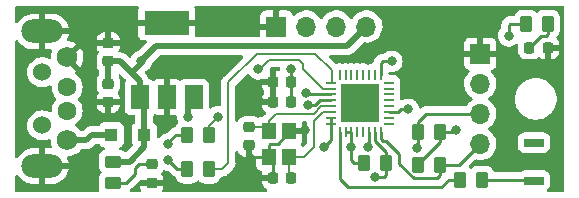
<source format=gbr>
G04 #@! TF.GenerationSoftware,KiCad,Pcbnew,6.0.4+dfsg-1*
G04 #@! TF.CreationDate,2022-03-26T10:07:46-04:00*
G04 #@! TF.ProjectId,PortaNet,506f7274-614e-4657-942e-6b696361645f,rev?*
G04 #@! TF.SameCoordinates,Original*
G04 #@! TF.FileFunction,Copper,L1,Top*
G04 #@! TF.FilePolarity,Positive*
%FSLAX46Y46*%
G04 Gerber Fmt 4.6, Leading zero omitted, Abs format (unit mm)*
G04 Created by KiCad (PCBNEW 6.0.4+dfsg-1) date 2022-03-26 10:07:46*
%MOMM*%
%LPD*%
G01*
G04 APERTURE LIST*
G04 Aperture macros list*
%AMRoundRect*
0 Rectangle with rounded corners*
0 $1 Rounding radius*
0 $2 $3 $4 $5 $6 $7 $8 $9 X,Y pos of 4 corners*
0 Add a 4 corners polygon primitive as box body*
4,1,4,$2,$3,$4,$5,$6,$7,$8,$9,$2,$3,0*
0 Add four circle primitives for the rounded corners*
1,1,$1+$1,$2,$3*
1,1,$1+$1,$4,$5*
1,1,$1+$1,$6,$7*
1,1,$1+$1,$8,$9*
0 Add four rect primitives between the rounded corners*
20,1,$1+$1,$2,$3,$4,$5,0*
20,1,$1+$1,$4,$5,$6,$7,0*
20,1,$1+$1,$6,$7,$8,$9,0*
20,1,$1+$1,$8,$9,$2,$3,0*%
G04 Aperture macros list end*
G04 #@! TA.AperFunction,SMDPad,CuDef*
%ADD10RoundRect,0.218750X0.218750X0.256250X-0.218750X0.256250X-0.218750X-0.256250X0.218750X-0.256250X0*%
G04 #@! TD*
G04 #@! TA.AperFunction,SMDPad,CuDef*
%ADD11RoundRect,0.187500X0.687500X0.187500X-0.687500X0.187500X-0.687500X-0.187500X0.687500X-0.187500X0*%
G04 #@! TD*
G04 #@! TA.AperFunction,SMDPad,CuDef*
%ADD12RoundRect,0.250000X-0.262500X-0.450000X0.262500X-0.450000X0.262500X0.450000X-0.262500X0.450000X0*%
G04 #@! TD*
G04 #@! TA.AperFunction,SMDPad,CuDef*
%ADD13RoundRect,0.225000X0.225000X0.250000X-0.225000X0.250000X-0.225000X-0.250000X0.225000X-0.250000X0*%
G04 #@! TD*
G04 #@! TA.AperFunction,WasherPad*
%ADD14C,1.524000*%
G04 #@! TD*
G04 #@! TA.AperFunction,ComponentPad*
%ADD15C,1.750000*%
G04 #@! TD*
G04 #@! TA.AperFunction,ComponentPad*
%ADD16C,1.600000*%
G04 #@! TD*
G04 #@! TA.AperFunction,ComponentPad*
%ADD17O,3.500000X2.000000*%
G04 #@! TD*
G04 #@! TA.AperFunction,SMDPad,CuDef*
%ADD18RoundRect,0.250000X0.262500X0.450000X-0.262500X0.450000X-0.262500X-0.450000X0.262500X-0.450000X0*%
G04 #@! TD*
G04 #@! TA.AperFunction,SMDPad,CuDef*
%ADD19RoundRect,0.062500X0.062500X-0.375000X0.062500X0.375000X-0.062500X0.375000X-0.062500X-0.375000X0*%
G04 #@! TD*
G04 #@! TA.AperFunction,SMDPad,CuDef*
%ADD20RoundRect,0.062500X0.375000X-0.062500X0.375000X0.062500X-0.375000X0.062500X-0.375000X-0.062500X0*%
G04 #@! TD*
G04 #@! TA.AperFunction,ComponentPad*
%ADD21C,0.500000*%
G04 #@! TD*
G04 #@! TA.AperFunction,SMDPad,CuDef*
%ADD22R,3.300000X3.300000*%
G04 #@! TD*
G04 #@! TA.AperFunction,SMDPad,CuDef*
%ADD23RoundRect,0.225000X-0.250000X0.225000X-0.250000X-0.225000X0.250000X-0.225000X0.250000X0.225000X0*%
G04 #@! TD*
G04 #@! TA.AperFunction,SMDPad,CuDef*
%ADD24RoundRect,0.218750X0.256250X-0.218750X0.256250X0.218750X-0.256250X0.218750X-0.256250X-0.218750X0*%
G04 #@! TD*
G04 #@! TA.AperFunction,ComponentPad*
%ADD25R,1.700000X1.700000*%
G04 #@! TD*
G04 #@! TA.AperFunction,ComponentPad*
%ADD26O,1.700000X1.700000*%
G04 #@! TD*
G04 #@! TA.AperFunction,SMDPad,CuDef*
%ADD27R,1.500000X2.000000*%
G04 #@! TD*
G04 #@! TA.AperFunction,SMDPad,CuDef*
%ADD28R,3.800000X2.000000*%
G04 #@! TD*
G04 #@! TA.AperFunction,SMDPad,CuDef*
%ADD29R,1.200000X1.400000*%
G04 #@! TD*
G04 #@! TA.AperFunction,SMDPad,CuDef*
%ADD30RoundRect,0.250000X0.450000X-0.262500X0.450000X0.262500X-0.450000X0.262500X-0.450000X-0.262500X0*%
G04 #@! TD*
G04 #@! TA.AperFunction,SMDPad,CuDef*
%ADD31RoundRect,0.225000X0.250000X-0.225000X0.250000X0.225000X-0.250000X0.225000X-0.250000X-0.225000X0*%
G04 #@! TD*
G04 #@! TA.AperFunction,SMDPad,CuDef*
%ADD32R,1.100000X1.100000*%
G04 #@! TD*
G04 #@! TA.AperFunction,ViaPad*
%ADD33C,0.800000*%
G04 #@! TD*
G04 #@! TA.AperFunction,Conductor*
%ADD34C,0.250000*%
G04 #@! TD*
G04 #@! TA.AperFunction,Conductor*
%ADD35C,0.500000*%
G04 #@! TD*
G04 #@! TA.AperFunction,Conductor*
%ADD36C,0.200000*%
G04 #@! TD*
G04 APERTURE END LIST*
D10*
X167284500Y-66802000D03*
X165709500Y-66802000D03*
D11*
X166089000Y-78041500D03*
X166089000Y-74841500D03*
D12*
X136755500Y-74168000D03*
X138580500Y-74168000D03*
D13*
X145555000Y-71374000D03*
X144005000Y-71374000D03*
D14*
X124460000Y-68870000D03*
X124460000Y-73370000D03*
D15*
X126560000Y-74620000D03*
D16*
X126560000Y-72120000D03*
X126560000Y-70120000D03*
D15*
X126560000Y-67620000D03*
D17*
X124460000Y-76820000D03*
X124460000Y-65420000D03*
D12*
X136755500Y-77089000D03*
X138580500Y-77089000D03*
D13*
X145555000Y-69723000D03*
X144005000Y-69723000D03*
D18*
X167282500Y-64770000D03*
X165457500Y-64770000D03*
X161694500Y-77978000D03*
X159869500Y-77978000D03*
D19*
X149634000Y-73938500D03*
X150134000Y-73938500D03*
X150634000Y-73938500D03*
X151134000Y-73938500D03*
X151634000Y-73938500D03*
X152134000Y-73938500D03*
X152634000Y-73938500D03*
X153134000Y-73938500D03*
D20*
X153821500Y-73251000D03*
X153821500Y-72751000D03*
X153821500Y-72251000D03*
X153821500Y-71751000D03*
X153821500Y-71251000D03*
X153821500Y-70751000D03*
X153821500Y-70251000D03*
X153821500Y-69751000D03*
D19*
X153134000Y-69063500D03*
X152634000Y-69063500D03*
X152134000Y-69063500D03*
X151634000Y-69063500D03*
X151134000Y-69063500D03*
X150634000Y-69063500D03*
X150134000Y-69063500D03*
X149634000Y-69063500D03*
D20*
X148946500Y-69751000D03*
X148946500Y-70251000D03*
X148946500Y-70751000D03*
X148946500Y-71251000D03*
X148946500Y-71751000D03*
X148946500Y-72251000D03*
X148946500Y-72751000D03*
X148946500Y-73251000D03*
D21*
X152384000Y-71501000D03*
X150384000Y-72501000D03*
X151384000Y-70501000D03*
X152384000Y-70501000D03*
X151384000Y-71501000D03*
D22*
X151384000Y-71501000D03*
D21*
X152384000Y-72501000D03*
X151384000Y-72501000D03*
X150384000Y-70501000D03*
X150384000Y-71501000D03*
D23*
X130048000Y-69837000D03*
X130048000Y-71387000D03*
D12*
X156313500Y-73914000D03*
X158138500Y-73914000D03*
D24*
X133731000Y-78257500D03*
X133731000Y-76682500D03*
D25*
X144287000Y-64999000D03*
D26*
X146827000Y-64999000D03*
X149367000Y-64999000D03*
X151907000Y-64999000D03*
D27*
X132701000Y-70968000D03*
X135001000Y-70968000D03*
D28*
X135001000Y-64668000D03*
D27*
X137301000Y-70968000D03*
D18*
X158138500Y-76708000D03*
X156313500Y-76708000D03*
D29*
X143676000Y-73830000D03*
X143676000Y-76030000D03*
X145376000Y-76030000D03*
X145376000Y-73830000D03*
D13*
X145555000Y-77851000D03*
X144005000Y-77851000D03*
D25*
X161544000Y-67310000D03*
D26*
X161544000Y-69850000D03*
X161544000Y-72390000D03*
X161544000Y-74930000D03*
D30*
X130429000Y-78255500D03*
X130429000Y-76430500D03*
D23*
X141986000Y-73520000D03*
X141986000Y-75070000D03*
D31*
X130048000Y-67958000D03*
X130048000Y-66408000D03*
D32*
X133099000Y-74168000D03*
X130299000Y-74168000D03*
D18*
X153566500Y-76581000D03*
X151741500Y-76581000D03*
D33*
X154051000Y-67945000D03*
X136779000Y-72644000D03*
X148336000Y-75184000D03*
X145542000Y-68580000D03*
X163957000Y-65786000D03*
X159512000Y-73787000D03*
X155448000Y-72009000D03*
X150622000Y-75184000D03*
X142367000Y-70485000D03*
X137414000Y-68580000D03*
X152019000Y-67818000D03*
X146685000Y-73787000D03*
X132842000Y-67945000D03*
X146939000Y-71628000D03*
X146812000Y-70612000D03*
X135128000Y-76327000D03*
X135128000Y-74930000D03*
X152019000Y-75184000D03*
X156210000Y-75311000D03*
X152654000Y-77724000D03*
X139319000Y-72644000D03*
X142748000Y-68580000D03*
D34*
X166025500Y-77978000D02*
X166089000Y-78041500D01*
X161694500Y-77978000D02*
X166025500Y-77978000D01*
X145555000Y-69723000D02*
X145555000Y-71374000D01*
X154813000Y-72009000D02*
X155448000Y-72009000D01*
X148946500Y-73251000D02*
X148946500Y-74573500D01*
X158138500Y-74779500D02*
X158138500Y-73914000D01*
X145542000Y-69710000D02*
X145555000Y-69723000D01*
X145542000Y-68580000D02*
X145542000Y-69710000D01*
X151741500Y-76581000D02*
X150876000Y-76581000D01*
X164084000Y-64770000D02*
X163957000Y-64897000D01*
X156313500Y-76708000D02*
X156313500Y-76604500D01*
X153134000Y-69063500D02*
X153134000Y-68100000D01*
X156313500Y-76604500D02*
X158138500Y-74779500D01*
X150876000Y-76581000D02*
X150622000Y-76327000D01*
X148946500Y-72751000D02*
X148946500Y-73251000D01*
X159385000Y-73914000D02*
X159512000Y-73787000D01*
X150622000Y-76327000D02*
X150622000Y-75184000D01*
X153821500Y-72251000D02*
X154571000Y-72251000D01*
X153134000Y-68100000D02*
X153289000Y-67945000D01*
X150634000Y-73938500D02*
X150634000Y-75172000D01*
X148946500Y-74573500D02*
X148336000Y-75184000D01*
X153289000Y-67945000D02*
X154051000Y-67945000D01*
X150634000Y-75172000D02*
X150622000Y-75184000D01*
X150634000Y-73938500D02*
X150134000Y-73938500D01*
D35*
X136779000Y-71490000D02*
X137301000Y-70968000D01*
D34*
X163957000Y-64897000D02*
X163957000Y-65786000D01*
D35*
X136779000Y-72644000D02*
X136779000Y-71490000D01*
D34*
X158138500Y-73914000D02*
X159385000Y-73914000D01*
X165457500Y-64770000D02*
X164084000Y-64770000D01*
X154571000Y-72251000D02*
X154813000Y-72009000D01*
X145376000Y-73953000D02*
X144399000Y-74930000D01*
X145460000Y-73914000D02*
X145376000Y-73830000D01*
X144005000Y-69723000D02*
X144005000Y-71374000D01*
X141986000Y-75070000D02*
X141986000Y-75692000D01*
X145376000Y-73830000D02*
X145376000Y-73953000D01*
X145419000Y-73787000D02*
X145376000Y-73830000D01*
X146685000Y-73787000D02*
X145419000Y-73787000D01*
X144399000Y-74930000D02*
X143764000Y-74930000D01*
X143256000Y-71374000D02*
X142367000Y-70485000D01*
D35*
X137414000Y-68580000D02*
X135509000Y-68580000D01*
X135001000Y-69088000D02*
X135001000Y-70968000D01*
D34*
X141986000Y-75692000D02*
X142324000Y-76030000D01*
X143764000Y-74930000D02*
X143637000Y-75057000D01*
X144005000Y-77851000D02*
X144005000Y-76359000D01*
X144005000Y-71374000D02*
X143256000Y-71374000D01*
X142324000Y-76030000D02*
X143676000Y-76030000D01*
X144005000Y-76359000D02*
X143676000Y-76030000D01*
X143637000Y-75991000D02*
X143676000Y-76030000D01*
X143637000Y-75057000D02*
X143637000Y-75991000D01*
D35*
X135509000Y-68580000D02*
X135001000Y-69088000D01*
X134112000Y-66675000D02*
X132842000Y-67945000D01*
X133099000Y-71366000D02*
X132701000Y-70968000D01*
X130429000Y-76430500D02*
X131849500Y-76430500D01*
X132701000Y-70968000D02*
X132701000Y-69582000D01*
X133099000Y-74168000D02*
X133099000Y-71366000D01*
X132016500Y-68897500D02*
X131077000Y-67958000D01*
X130048000Y-67958000D02*
X130048000Y-69837000D01*
X150231000Y-66675000D02*
X134112000Y-66675000D01*
X131849500Y-76430500D02*
X133099000Y-75181000D01*
X151907000Y-64999000D02*
X150231000Y-66675000D01*
X132701000Y-69582000D02*
X132016500Y-68897500D01*
X132842000Y-68072000D02*
X132842000Y-67945000D01*
X131077000Y-67958000D02*
X130048000Y-67958000D01*
X132016500Y-68897500D02*
X132842000Y-68072000D01*
X133099000Y-75181000D02*
X133099000Y-74168000D01*
D36*
X147447000Y-72390000D02*
X148086000Y-71751000D01*
X148086000Y-71751000D02*
X148946500Y-71751000D01*
X143676000Y-72986000D02*
X144272000Y-72390000D01*
X144272000Y-72390000D02*
X147447000Y-72390000D01*
X143676000Y-73830000D02*
X143676000Y-72986000D01*
X143366000Y-73520000D02*
X143676000Y-73830000D01*
X141986000Y-73520000D02*
X143366000Y-73520000D01*
X148221000Y-72251000D02*
X148946500Y-72251000D01*
X146601000Y-76030000D02*
X147447000Y-75184000D01*
X145376000Y-77672000D02*
X145555000Y-77851000D01*
X147447000Y-73025000D02*
X148221000Y-72251000D01*
X145376000Y-76030000D02*
X146601000Y-76030000D01*
X147447000Y-75184000D02*
X147447000Y-73025000D01*
X145376000Y-76030000D02*
X145376000Y-77672000D01*
D35*
X128199000Y-74620000D02*
X128651000Y-74168000D01*
X126560000Y-74620000D02*
X128199000Y-74620000D01*
X128651000Y-74168000D02*
X130299000Y-74168000D01*
D34*
X132334000Y-77470000D02*
X132334000Y-76962000D01*
X131548500Y-78255500D02*
X132334000Y-77470000D01*
X130429000Y-78255500D02*
X131548500Y-78255500D01*
X132613500Y-76682500D02*
X133731000Y-76682500D01*
X132334000Y-76962000D02*
X132613500Y-76682500D01*
X166725500Y-65786000D02*
X167132000Y-65786000D01*
X165709500Y-66802000D02*
X166725500Y-65786000D01*
X167282500Y-65635500D02*
X167282500Y-64770000D01*
X167132000Y-65786000D02*
X167282500Y-65635500D01*
X147951000Y-71251000D02*
X147574000Y-71628000D01*
X148946500Y-71251000D02*
X147951000Y-71251000D01*
X147574000Y-71628000D02*
X146939000Y-71628000D01*
X146812000Y-70612000D02*
X146951000Y-70751000D01*
X146951000Y-70751000D02*
X148946500Y-70751000D01*
X135890000Y-77089000D02*
X135128000Y-76327000D01*
X136755500Y-77089000D02*
X135890000Y-77089000D01*
X136755500Y-74168000D02*
X135763000Y-74168000D01*
X135763000Y-74168000D02*
X135128000Y-74803000D01*
X135128000Y-74803000D02*
X135128000Y-74930000D01*
X152134000Y-75069000D02*
X152019000Y-75184000D01*
X152134000Y-73938500D02*
X152134000Y-75069000D01*
X156972000Y-72390000D02*
X156313500Y-73048500D01*
X156313500Y-73048500D02*
X156313500Y-73914000D01*
X156313500Y-73914000D02*
X156313500Y-75207500D01*
X161544000Y-72390000D02*
X156972000Y-72390000D01*
X156313500Y-75207500D02*
X156210000Y-75311000D01*
X153289718Y-74676000D02*
X153134000Y-74520282D01*
X158138500Y-77573500D02*
X157861000Y-77851000D01*
X154686000Y-76605493D02*
X154686000Y-75819000D01*
X153543000Y-74676000D02*
X153289718Y-74676000D01*
X161544000Y-74930000D02*
X159766000Y-76708000D01*
X157861000Y-77851000D02*
X155931507Y-77851000D01*
X159766000Y-76708000D02*
X158138500Y-76708000D01*
X153134000Y-74520282D02*
X153134000Y-73938500D01*
X158138500Y-76708000D02*
X158138500Y-77573500D01*
X154686000Y-75819000D02*
X153543000Y-74676000D01*
X155931507Y-77851000D02*
X154686000Y-76605493D01*
X153566500Y-76581000D02*
X153566500Y-77573500D01*
X153566500Y-77573500D02*
X153416000Y-77724000D01*
X153566500Y-75588500D02*
X152634000Y-74656000D01*
X153416000Y-77724000D02*
X152654000Y-77724000D01*
X153566500Y-76581000D02*
X153566500Y-75588500D01*
X152634000Y-74656000D02*
X152634000Y-73938500D01*
D36*
X138580500Y-74168000D02*
X138580500Y-73382500D01*
X143637000Y-67818000D02*
X142875000Y-68580000D01*
X142875000Y-68580000D02*
X142748000Y-68580000D01*
X148946500Y-70251000D02*
X148229000Y-70251000D01*
X146558000Y-68199000D02*
X146177000Y-67818000D01*
X148229000Y-70251000D02*
X146558000Y-68580000D01*
X146177000Y-67818000D02*
X143637000Y-67818000D01*
X138580500Y-73382500D02*
X139319000Y-72644000D01*
X146558000Y-68580000D02*
X146558000Y-68199000D01*
X148971000Y-68707000D02*
X147574000Y-67310000D01*
X140208000Y-76581000D02*
X139700000Y-77089000D01*
X148946500Y-69751000D02*
X148971000Y-69726500D01*
X147574000Y-67310000D02*
X142621000Y-67310000D01*
X140208000Y-69723000D02*
X140208000Y-76581000D01*
X139700000Y-77089000D02*
X138580500Y-77089000D01*
X148971000Y-69726500D02*
X148971000Y-68707000D01*
X142621000Y-67310000D02*
X140208000Y-69723000D01*
D34*
X149634000Y-73938500D02*
X149634000Y-77879000D01*
X158242000Y-78613000D02*
X158877000Y-77978000D01*
X149634000Y-77879000D02*
X150368000Y-78613000D01*
X150368000Y-78613000D02*
X158242000Y-78613000D01*
X158877000Y-77978000D02*
X159869500Y-77978000D01*
G04 #@! TA.AperFunction,Conductor*
G36*
X132603599Y-63266502D02*
G01*
X132650092Y-63320158D01*
X132660196Y-63390432D01*
X132649935Y-63421203D01*
X132650828Y-63421538D01*
X132602522Y-63550394D01*
X132598895Y-63565649D01*
X132593369Y-63616514D01*
X132593000Y-63623328D01*
X132593000Y-64395885D01*
X132597475Y-64411124D01*
X132598865Y-64412329D01*
X132606548Y-64414000D01*
X137390884Y-64414000D01*
X137406123Y-64409525D01*
X137407328Y-64408135D01*
X137408999Y-64400452D01*
X137408999Y-63623331D01*
X137408629Y-63616510D01*
X137403105Y-63565648D01*
X137399479Y-63550396D01*
X137351172Y-63421538D01*
X137353316Y-63420734D01*
X137340834Y-63363645D01*
X137365574Y-63297098D01*
X137422364Y-63254491D01*
X137466522Y-63246500D01*
X168529500Y-63246500D01*
X168597621Y-63266502D01*
X168644114Y-63320158D01*
X168655500Y-63372500D01*
X168655500Y-78867500D01*
X168635498Y-78935621D01*
X168581842Y-78982114D01*
X168529500Y-78993500D01*
X167300531Y-78993500D01*
X167232410Y-78973498D01*
X167185917Y-78919842D01*
X167175813Y-78849568D01*
X167205307Y-78784988D01*
X167211436Y-78778405D01*
X167328230Y-78661611D01*
X167415496Y-78517518D01*
X167465872Y-78356768D01*
X167472500Y-78284635D01*
X167472499Y-77798366D01*
X167471685Y-77789500D01*
X167467965Y-77749011D01*
X167465872Y-77726232D01*
X167451960Y-77681838D01*
X167417768Y-77572731D01*
X167417767Y-77572729D01*
X167415496Y-77565482D01*
X167379078Y-77505348D01*
X167357050Y-77468976D01*
X167328230Y-77421389D01*
X167209111Y-77302270D01*
X167109917Y-77242196D01*
X167071514Y-77218938D01*
X167071513Y-77218938D01*
X167065018Y-77215004D01*
X167057771Y-77212733D01*
X167057769Y-77212732D01*
X166982039Y-77189000D01*
X166904268Y-77164628D01*
X166832135Y-77158000D01*
X166829237Y-77158000D01*
X166087072Y-77158001D01*
X165345866Y-77158001D01*
X165343008Y-77158264D01*
X165342999Y-77158264D01*
X165311916Y-77161120D01*
X165273732Y-77164628D01*
X165267354Y-77166627D01*
X165267353Y-77166627D01*
X165120231Y-77212732D01*
X165120229Y-77212733D01*
X165112982Y-77215004D01*
X165106487Y-77218938D01*
X165106486Y-77218938D01*
X165068083Y-77242196D01*
X164968889Y-77302270D01*
X164963516Y-77307643D01*
X164957544Y-77312326D01*
X164956751Y-77311315D01*
X164901252Y-77341621D01*
X164874469Y-77344500D01*
X162786197Y-77344500D01*
X162718076Y-77324498D01*
X162671583Y-77270842D01*
X162666674Y-77258377D01*
X162650867Y-77210998D01*
X162650866Y-77210996D01*
X162648550Y-77204054D01*
X162642441Y-77194181D01*
X162559332Y-77059880D01*
X162555478Y-77053652D01*
X162536241Y-77034448D01*
X162435483Y-76933866D01*
X162430303Y-76928695D01*
X162392379Y-76905318D01*
X162285968Y-76839725D01*
X162285966Y-76839724D01*
X162279738Y-76835885D01*
X162119254Y-76782655D01*
X162118389Y-76782368D01*
X162118387Y-76782368D01*
X162111861Y-76780203D01*
X162105025Y-76779503D01*
X162105022Y-76779502D01*
X162057849Y-76774669D01*
X162007400Y-76769500D01*
X161381600Y-76769500D01*
X161378354Y-76769837D01*
X161378350Y-76769837D01*
X161282692Y-76779762D01*
X161282688Y-76779763D01*
X161275834Y-76780474D01*
X161269298Y-76782655D01*
X161269296Y-76782655D01*
X161137194Y-76826728D01*
X161108054Y-76836450D01*
X160957652Y-76929522D01*
X160878875Y-77008437D01*
X160871216Y-77016109D01*
X160808934Y-77050188D01*
X160738114Y-77045185D01*
X160693025Y-77016264D01*
X160612435Y-76935814D01*
X160578356Y-76873531D01*
X160583359Y-76802711D01*
X160612358Y-76757546D01*
X161088549Y-76281355D01*
X161150861Y-76247329D01*
X161202762Y-76246979D01*
X161382597Y-76283567D01*
X161387772Y-76283757D01*
X161387774Y-76283757D01*
X161600673Y-76291564D01*
X161600677Y-76291564D01*
X161605837Y-76291753D01*
X161610957Y-76291097D01*
X161610959Y-76291097D01*
X161822288Y-76264025D01*
X161822289Y-76264025D01*
X161827416Y-76263368D01*
X161878890Y-76247925D01*
X162036429Y-76200661D01*
X162036434Y-76200659D01*
X162041384Y-76199174D01*
X162241994Y-76100896D01*
X162423860Y-75971173D01*
X162582096Y-75813489D01*
X162585292Y-75809042D01*
X162709435Y-75636277D01*
X162712453Y-75632077D01*
X162717043Y-75622791D01*
X162809136Y-75436453D01*
X162809137Y-75436451D01*
X162811430Y-75431811D01*
X162847770Y-75312202D01*
X162874865Y-75223023D01*
X162874865Y-75223021D01*
X162876370Y-75218069D01*
X162905529Y-74996590D01*
X162906078Y-74974138D01*
X162907074Y-74933365D01*
X162907074Y-74933361D01*
X162907156Y-74930000D01*
X162888852Y-74707361D01*
X162861474Y-74598365D01*
X164705500Y-74598365D01*
X164705501Y-75084634D01*
X164705764Y-75087492D01*
X164705764Y-75087501D01*
X164708724Y-75119715D01*
X164712128Y-75156768D01*
X164714127Y-75163146D01*
X164714127Y-75163147D01*
X164759537Y-75308049D01*
X164762504Y-75317518D01*
X164766438Y-75324013D01*
X164766438Y-75324014D01*
X164775223Y-75338520D01*
X164849770Y-75461611D01*
X164968889Y-75580730D01*
X164975385Y-75584664D01*
X165106163Y-75663866D01*
X165112982Y-75667996D01*
X165120229Y-75670267D01*
X165120231Y-75670268D01*
X165159443Y-75682556D01*
X165273732Y-75718372D01*
X165345865Y-75725000D01*
X165348763Y-75725000D01*
X166090928Y-75724999D01*
X166832134Y-75724999D01*
X166834992Y-75724736D01*
X166835001Y-75724736D01*
X166870137Y-75721508D01*
X166904268Y-75718372D01*
X166922013Y-75712811D01*
X167057769Y-75670268D01*
X167057771Y-75670267D01*
X167065018Y-75667996D01*
X167071838Y-75663866D01*
X167202615Y-75584664D01*
X167209111Y-75580730D01*
X167328230Y-75461611D01*
X167402777Y-75338520D01*
X167411562Y-75324014D01*
X167411562Y-75324013D01*
X167415496Y-75317518D01*
X167418464Y-75308049D01*
X167445697Y-75221146D01*
X167465872Y-75156768D01*
X167472500Y-75084635D01*
X167472499Y-74598366D01*
X167472234Y-74595474D01*
X167467906Y-74548370D01*
X167465872Y-74526232D01*
X167461231Y-74511423D01*
X167417768Y-74372731D01*
X167417767Y-74372729D01*
X167415496Y-74365482D01*
X167328230Y-74221389D01*
X167209111Y-74102270D01*
X167110616Y-74042619D01*
X167071514Y-74018938D01*
X167071513Y-74018938D01*
X167065018Y-74015004D01*
X167057771Y-74012733D01*
X167057769Y-74012732D01*
X166943517Y-73976928D01*
X166904268Y-73964628D01*
X166832135Y-73958000D01*
X166829237Y-73958000D01*
X166087072Y-73958001D01*
X165345866Y-73958001D01*
X165343008Y-73958264D01*
X165342999Y-73958264D01*
X165307863Y-73961492D01*
X165273732Y-73964628D01*
X165267354Y-73966627D01*
X165267353Y-73966627D01*
X165120231Y-74012732D01*
X165120229Y-74012733D01*
X165112982Y-74015004D01*
X165106487Y-74018938D01*
X165106486Y-74018938D01*
X165067384Y-74042619D01*
X164968889Y-74102270D01*
X164849770Y-74221389D01*
X164762504Y-74365482D01*
X164760233Y-74372729D01*
X164760232Y-74372731D01*
X164739722Y-74438179D01*
X164712128Y-74526232D01*
X164705500Y-74598365D01*
X162861474Y-74598365D01*
X162834431Y-74490702D01*
X162745354Y-74285840D01*
X162662689Y-74158059D01*
X162626822Y-74102617D01*
X162626820Y-74102614D01*
X162624014Y-74098277D01*
X162473670Y-73933051D01*
X162469619Y-73929852D01*
X162469615Y-73929848D01*
X162302414Y-73797800D01*
X162302410Y-73797798D01*
X162298359Y-73794598D01*
X162257053Y-73771796D01*
X162207084Y-73721364D01*
X162192312Y-73651921D01*
X162217428Y-73585516D01*
X162244780Y-73558909D01*
X162314331Y-73509299D01*
X162423860Y-73431173D01*
X162442053Y-73413044D01*
X162539458Y-73315978D01*
X162582096Y-73273489D01*
X162712453Y-73092077D01*
X162721919Y-73072925D01*
X162809136Y-72896453D01*
X162809137Y-72896451D01*
X162811430Y-72891811D01*
X162866168Y-72711647D01*
X162874865Y-72683023D01*
X162874865Y-72683021D01*
X162876370Y-72678069D01*
X162905529Y-72456590D01*
X162905611Y-72453240D01*
X162907074Y-72393365D01*
X162907074Y-72393361D01*
X162907156Y-72390000D01*
X162888852Y-72167361D01*
X162834431Y-71950702D01*
X162745354Y-71745840D01*
X162679391Y-71643876D01*
X162626822Y-71562617D01*
X162626820Y-71562614D01*
X162624014Y-71558277D01*
X162473670Y-71393051D01*
X162469619Y-71389852D01*
X162469615Y-71389848D01*
X162302414Y-71257800D01*
X162302410Y-71257798D01*
X162298359Y-71254598D01*
X162257053Y-71231796D01*
X162252950Y-71227655D01*
X164482858Y-71227655D01*
X164518104Y-71486638D01*
X164519412Y-71491124D01*
X164519412Y-71491126D01*
X164532611Y-71536411D01*
X164591243Y-71737567D01*
X164593203Y-71741820D01*
X164593204Y-71741821D01*
X164608420Y-71774826D01*
X164700668Y-71974928D01*
X164726946Y-72015009D01*
X164841410Y-72189596D01*
X164841414Y-72189601D01*
X164843976Y-72193509D01*
X165018018Y-72388506D01*
X165218970Y-72555637D01*
X165229187Y-72561837D01*
X165438422Y-72688804D01*
X165438426Y-72688806D01*
X165442419Y-72691229D01*
X165683455Y-72792303D01*
X165936783Y-72856641D01*
X165941434Y-72857109D01*
X165941438Y-72857110D01*
X166134308Y-72876531D01*
X166153867Y-72878500D01*
X166309354Y-72878500D01*
X166311679Y-72878327D01*
X166311685Y-72878327D01*
X166499000Y-72864407D01*
X166499004Y-72864406D01*
X166503652Y-72864061D01*
X166508200Y-72863032D01*
X166508206Y-72863031D01*
X166694601Y-72820853D01*
X166758577Y-72806377D01*
X166769802Y-72802012D01*
X166997824Y-72713340D01*
X166997827Y-72713339D01*
X167002177Y-72711647D01*
X167022526Y-72700017D01*
X167109048Y-72650565D01*
X167229098Y-72581951D01*
X167434357Y-72420138D01*
X167613443Y-72229763D01*
X167762424Y-72015009D01*
X167764608Y-72010580D01*
X167875960Y-71784781D01*
X167875961Y-71784778D01*
X167878025Y-71780593D01*
X167879750Y-71775206D01*
X167956280Y-71536123D01*
X167957707Y-71531665D01*
X167999721Y-71273693D01*
X168001755Y-71118329D01*
X168003081Y-71017022D01*
X168003081Y-71017019D01*
X168003142Y-71012345D01*
X167967896Y-70753362D01*
X167953473Y-70703877D01*
X167936891Y-70646987D01*
X167894757Y-70502433D01*
X167892730Y-70498035D01*
X167862155Y-70431713D01*
X167785332Y-70265072D01*
X167693808Y-70125475D01*
X167644590Y-70050404D01*
X167644586Y-70050399D01*
X167642024Y-70046491D01*
X167467982Y-69851494D01*
X167267030Y-69684363D01*
X167181599Y-69632522D01*
X167047578Y-69551196D01*
X167047574Y-69551194D01*
X167043581Y-69548771D01*
X166802545Y-69447697D01*
X166549217Y-69383359D01*
X166544566Y-69382891D01*
X166544562Y-69382890D01*
X166335271Y-69361816D01*
X166332133Y-69361500D01*
X166176646Y-69361500D01*
X166174321Y-69361673D01*
X166174315Y-69361673D01*
X165987000Y-69375593D01*
X165986996Y-69375594D01*
X165982348Y-69375939D01*
X165977800Y-69376968D01*
X165977794Y-69376969D01*
X165806542Y-69415720D01*
X165727423Y-69433623D01*
X165723071Y-69435315D01*
X165723069Y-69435316D01*
X165488176Y-69526660D01*
X165488173Y-69526661D01*
X165483823Y-69528353D01*
X165479769Y-69530670D01*
X165479767Y-69530671D01*
X165451264Y-69546962D01*
X165256902Y-69658049D01*
X165051643Y-69819862D01*
X164872557Y-70010237D01*
X164778823Y-70145353D01*
X164736638Y-70206163D01*
X164723576Y-70224991D01*
X164721510Y-70229181D01*
X164721508Y-70229184D01*
X164649468Y-70375268D01*
X164607975Y-70459407D01*
X164606553Y-70463850D01*
X164606552Y-70463852D01*
X164546622Y-70651075D01*
X164528293Y-70708335D01*
X164486279Y-70966307D01*
X164485038Y-71061114D01*
X164483264Y-71196669D01*
X164482858Y-71227655D01*
X162252950Y-71227655D01*
X162207084Y-71181364D01*
X162192312Y-71111921D01*
X162217428Y-71045516D01*
X162244780Y-71018909D01*
X162311974Y-70970980D01*
X162423860Y-70891173D01*
X162447752Y-70867365D01*
X162534161Y-70781257D01*
X162582096Y-70733489D01*
X162612528Y-70691139D01*
X162709435Y-70556277D01*
X162712453Y-70552077D01*
X162736232Y-70503965D01*
X162809136Y-70356453D01*
X162809137Y-70356451D01*
X162811430Y-70351811D01*
X162856060Y-70204918D01*
X162874865Y-70143023D01*
X162874865Y-70143021D01*
X162876370Y-70138069D01*
X162905529Y-69916590D01*
X162906262Y-69886598D01*
X162907074Y-69853365D01*
X162907074Y-69853361D01*
X162907156Y-69850000D01*
X162888852Y-69627361D01*
X162834431Y-69410702D01*
X162745354Y-69205840D01*
X162679789Y-69104492D01*
X162626822Y-69022617D01*
X162626820Y-69022614D01*
X162624014Y-69018277D01*
X162620540Y-69014459D01*
X162620533Y-69014450D01*
X162476435Y-68856088D01*
X162445383Y-68792242D01*
X162453779Y-68721744D01*
X162498956Y-68666976D01*
X162525400Y-68653307D01*
X162632052Y-68613325D01*
X162647649Y-68604786D01*
X162749724Y-68528285D01*
X162762285Y-68515724D01*
X162838786Y-68413649D01*
X162847324Y-68398054D01*
X162892478Y-68277606D01*
X162896105Y-68262351D01*
X162901631Y-68211486D01*
X162902000Y-68204672D01*
X162902000Y-67582115D01*
X162897525Y-67566876D01*
X162896135Y-67565671D01*
X162888452Y-67564000D01*
X160204116Y-67564000D01*
X160188877Y-67568475D01*
X160187672Y-67569865D01*
X160186001Y-67577548D01*
X160186001Y-68204669D01*
X160186371Y-68211490D01*
X160191895Y-68262352D01*
X160195521Y-68277604D01*
X160240676Y-68398054D01*
X160249214Y-68413649D01*
X160325715Y-68515724D01*
X160338276Y-68528285D01*
X160440351Y-68604786D01*
X160455946Y-68613324D01*
X160564827Y-68654142D01*
X160621591Y-68696784D01*
X160646291Y-68763345D01*
X160631083Y-68832694D01*
X160611691Y-68859175D01*
X160488200Y-68988401D01*
X160484629Y-68992138D01*
X160481715Y-68996410D01*
X160481714Y-68996411D01*
X160413250Y-69096776D01*
X160358743Y-69176680D01*
X160343003Y-69210590D01*
X160270290Y-69367237D01*
X160264688Y-69379305D01*
X160204989Y-69594570D01*
X160181251Y-69816695D01*
X160181548Y-69821848D01*
X160181548Y-69821851D01*
X160189189Y-69954370D01*
X160194110Y-70039715D01*
X160195247Y-70044761D01*
X160195248Y-70044767D01*
X160213437Y-70125475D01*
X160243222Y-70257639D01*
X160287691Y-70367153D01*
X160325141Y-70459382D01*
X160327266Y-70464616D01*
X160349562Y-70501000D01*
X160439023Y-70646987D01*
X160443987Y-70655088D01*
X160590250Y-70823938D01*
X160666846Y-70887529D01*
X160753884Y-70959789D01*
X160762126Y-70966632D01*
X160769567Y-70970980D01*
X160835445Y-71009476D01*
X160884169Y-71061114D01*
X160897240Y-71130897D01*
X160870509Y-71196669D01*
X160830055Y-71230027D01*
X160817607Y-71236507D01*
X160813474Y-71239610D01*
X160813471Y-71239612D01*
X160643320Y-71367365D01*
X160638965Y-71370635D01*
X160620605Y-71389848D01*
X160513430Y-71502000D01*
X160484629Y-71532138D01*
X160481715Y-71536410D01*
X160481714Y-71536411D01*
X160369095Y-71701504D01*
X160314184Y-71746507D01*
X160265007Y-71756500D01*
X157050768Y-71756500D01*
X157039585Y-71755973D01*
X157032092Y-71754298D01*
X157024166Y-71754547D01*
X157024165Y-71754547D01*
X156964002Y-71756438D01*
X156960044Y-71756500D01*
X156932144Y-71756500D01*
X156928154Y-71757004D01*
X156916320Y-71757936D01*
X156872111Y-71759326D01*
X156864495Y-71761539D01*
X156864493Y-71761539D01*
X156852652Y-71764979D01*
X156833293Y-71768988D01*
X156831983Y-71769154D01*
X156813203Y-71771526D01*
X156805837Y-71774442D01*
X156805831Y-71774444D01*
X156772098Y-71787800D01*
X156760868Y-71791645D01*
X156726017Y-71801770D01*
X156718407Y-71803981D01*
X156711584Y-71808016D01*
X156700966Y-71814295D01*
X156683213Y-71822992D01*
X156676746Y-71825553D01*
X156664383Y-71830448D01*
X156657968Y-71835109D01*
X156628612Y-71856437D01*
X156618695Y-71862951D01*
X156580638Y-71885458D01*
X156566317Y-71899779D01*
X156551281Y-71912621D01*
X156542114Y-71919281D01*
X156475246Y-71943139D01*
X156406095Y-71927057D01*
X156356616Y-71876142D01*
X156342746Y-71830519D01*
X156342233Y-71825642D01*
X156342232Y-71825638D01*
X156341542Y-71819072D01*
X156282527Y-71637444D01*
X156277075Y-71628000D01*
X156243658Y-71570121D01*
X156187040Y-71472056D01*
X156092925Y-71367530D01*
X156063675Y-71335045D01*
X156063674Y-71335044D01*
X156059253Y-71330134D01*
X155927099Y-71234118D01*
X155910094Y-71221763D01*
X155910093Y-71221762D01*
X155904752Y-71217882D01*
X155898724Y-71215198D01*
X155898722Y-71215197D01*
X155736319Y-71142891D01*
X155736318Y-71142891D01*
X155730288Y-71140206D01*
X155631200Y-71119144D01*
X155549944Y-71101872D01*
X155549939Y-71101872D01*
X155543487Y-71100500D01*
X155352513Y-71100500D01*
X155346061Y-71101872D01*
X155346056Y-71101872D01*
X155264800Y-71119144D01*
X155165712Y-71140206D01*
X155159682Y-71142891D01*
X155159681Y-71142891D01*
X154997278Y-71215197D01*
X154997276Y-71215198D01*
X154991248Y-71217882D01*
X154985907Y-71221762D01*
X154985906Y-71221763D01*
X154966399Y-71235936D01*
X154899532Y-71259794D01*
X154830380Y-71243714D01*
X154780900Y-71192801D01*
X154767416Y-71150445D01*
X154757612Y-71075968D01*
X154752803Y-71039439D01*
X154750125Y-71032974D01*
X154750125Y-70969026D01*
X154752803Y-70962561D01*
X154767500Y-70850925D01*
X154767499Y-70651076D01*
X154766246Y-70641552D01*
X154756027Y-70563933D01*
X154752803Y-70539439D01*
X154750125Y-70532974D01*
X154750125Y-70469026D01*
X154752803Y-70462561D01*
X154767500Y-70350925D01*
X154767499Y-70151076D01*
X154765112Y-70132939D01*
X154753881Y-70047629D01*
X154752803Y-70039439D01*
X154750125Y-70032974D01*
X154750125Y-69969026D01*
X154752803Y-69962561D01*
X154767500Y-69850925D01*
X154767499Y-69651076D01*
X154763717Y-69622342D01*
X154753881Y-69547626D01*
X154753880Y-69547624D01*
X154752803Y-69539439D01*
X154695267Y-69400536D01*
X154634182Y-69320928D01*
X154608769Y-69287809D01*
X154608768Y-69287808D01*
X154603742Y-69281258D01*
X154484463Y-69189733D01*
X154345561Y-69132197D01*
X154337377Y-69131120D01*
X154337375Y-69131119D01*
X154238012Y-69118038D01*
X154238011Y-69118038D01*
X154233925Y-69117500D01*
X154219150Y-69117500D01*
X153893499Y-69117501D01*
X153825380Y-69097499D01*
X153778887Y-69043844D01*
X153767500Y-68991501D01*
X153767500Y-68969134D01*
X153787502Y-68901013D01*
X153841158Y-68854520D01*
X153911432Y-68844416D01*
X153919697Y-68845887D01*
X153949056Y-68852128D01*
X153949061Y-68852128D01*
X153955513Y-68853500D01*
X154146487Y-68853500D01*
X154152939Y-68852128D01*
X154152944Y-68852128D01*
X154244371Y-68832694D01*
X154333288Y-68813794D01*
X154345392Y-68808405D01*
X154501722Y-68738803D01*
X154501724Y-68738802D01*
X154507752Y-68736118D01*
X154662253Y-68623866D01*
X154679433Y-68604786D01*
X154785621Y-68486852D01*
X154785622Y-68486851D01*
X154790040Y-68481944D01*
X154885527Y-68316556D01*
X154944542Y-68134928D01*
X154945986Y-68121195D01*
X154963814Y-67951565D01*
X154964504Y-67945000D01*
X154956896Y-67872616D01*
X154945232Y-67761635D01*
X154945232Y-67761633D01*
X154944542Y-67755072D01*
X154885527Y-67573444D01*
X154880075Y-67564000D01*
X154805557Y-67434933D01*
X154790040Y-67408056D01*
X154774089Y-67390340D01*
X154666675Y-67271045D01*
X154666674Y-67271044D01*
X154662253Y-67266134D01*
X154507752Y-67153882D01*
X154501724Y-67151198D01*
X154501722Y-67151197D01*
X154339319Y-67078891D01*
X154339318Y-67078891D01*
X154333288Y-67076206D01*
X154236194Y-67055568D01*
X154153005Y-67037885D01*
X160186000Y-67037885D01*
X160190475Y-67053124D01*
X160191865Y-67054329D01*
X160199548Y-67056000D01*
X161271885Y-67056000D01*
X161287124Y-67051525D01*
X161288329Y-67050135D01*
X161290000Y-67042452D01*
X161290000Y-67037885D01*
X161798000Y-67037885D01*
X161802475Y-67053124D01*
X161803865Y-67054329D01*
X161811548Y-67056000D01*
X162883884Y-67056000D01*
X162899123Y-67051525D01*
X162900328Y-67050135D01*
X162901999Y-67042452D01*
X162901999Y-66415331D01*
X162901629Y-66408510D01*
X162896105Y-66357648D01*
X162892479Y-66342396D01*
X162847324Y-66221946D01*
X162838786Y-66206351D01*
X162762285Y-66104276D01*
X162749724Y-66091715D01*
X162647649Y-66015214D01*
X162632054Y-66006676D01*
X162511606Y-65961522D01*
X162496351Y-65957895D01*
X162445486Y-65952369D01*
X162438672Y-65952000D01*
X161816115Y-65952000D01*
X161800876Y-65956475D01*
X161799671Y-65957865D01*
X161798000Y-65965548D01*
X161798000Y-67037885D01*
X161290000Y-67037885D01*
X161290000Y-65970116D01*
X161285525Y-65954877D01*
X161284135Y-65953672D01*
X161276452Y-65952001D01*
X160649331Y-65952001D01*
X160642510Y-65952371D01*
X160591648Y-65957895D01*
X160576396Y-65961521D01*
X160455946Y-66006676D01*
X160440351Y-66015214D01*
X160338276Y-66091715D01*
X160325715Y-66104276D01*
X160249214Y-66206351D01*
X160240676Y-66221946D01*
X160195522Y-66342394D01*
X160191895Y-66357649D01*
X160186369Y-66408514D01*
X160186000Y-66415328D01*
X160186000Y-67037885D01*
X154153005Y-67037885D01*
X154152944Y-67037872D01*
X154152939Y-67037872D01*
X154146487Y-67036500D01*
X153955513Y-67036500D01*
X153949061Y-67037872D01*
X153949056Y-67037872D01*
X153865806Y-67055568D01*
X153768712Y-67076206D01*
X153762682Y-67078891D01*
X153762681Y-67078891D01*
X153600278Y-67151197D01*
X153600276Y-67151198D01*
X153594248Y-67153882D01*
X153588907Y-67157762D01*
X153588906Y-67157763D01*
X153468065Y-67245560D01*
X153439747Y-67266134D01*
X153435332Y-67271037D01*
X153430420Y-67275460D01*
X153428748Y-67273603D01*
X153377889Y-67304927D01*
X153348674Y-67309311D01*
X153281014Y-67311438D01*
X153277055Y-67311500D01*
X153249144Y-67311500D01*
X153245210Y-67311997D01*
X153245209Y-67311997D01*
X153245144Y-67312005D01*
X153233307Y-67312938D01*
X153201490Y-67313938D01*
X153197029Y-67314078D01*
X153189110Y-67314327D01*
X153177107Y-67317814D01*
X153169658Y-67319978D01*
X153150306Y-67323986D01*
X153143235Y-67324880D01*
X153130203Y-67326526D01*
X153122834Y-67329443D01*
X153122832Y-67329444D01*
X153089097Y-67342800D01*
X153077869Y-67346645D01*
X153035407Y-67358982D01*
X153028584Y-67363017D01*
X153028582Y-67363018D01*
X153017972Y-67369293D01*
X153000224Y-67377988D01*
X152981383Y-67385448D01*
X152974967Y-67390110D01*
X152974966Y-67390110D01*
X152945613Y-67411436D01*
X152935693Y-67417952D01*
X152904465Y-67436420D01*
X152904462Y-67436422D01*
X152897638Y-67440458D01*
X152883314Y-67454782D01*
X152868287Y-67467617D01*
X152851893Y-67479528D01*
X152846840Y-67485636D01*
X152846838Y-67485638D01*
X152823708Y-67513598D01*
X152815718Y-67522378D01*
X152741749Y-67596347D01*
X152733463Y-67603887D01*
X152726982Y-67608000D01*
X152721555Y-67613779D01*
X152721554Y-67613780D01*
X152680356Y-67657652D01*
X152677601Y-67660494D01*
X152657865Y-67680230D01*
X152655385Y-67683427D01*
X152647682Y-67692447D01*
X152617414Y-67724679D01*
X152613595Y-67731625D01*
X152613593Y-67731628D01*
X152607652Y-67742434D01*
X152596801Y-67758953D01*
X152584386Y-67774959D01*
X152581241Y-67782228D01*
X152581238Y-67782232D01*
X152566826Y-67815537D01*
X152561609Y-67826187D01*
X152540305Y-67864940D01*
X152538334Y-67872615D01*
X152538334Y-67872616D01*
X152535267Y-67884562D01*
X152528863Y-67903266D01*
X152520819Y-67921855D01*
X152519580Y-67929678D01*
X152519577Y-67929688D01*
X152513901Y-67965524D01*
X152511495Y-67977144D01*
X152502472Y-68012289D01*
X152500500Y-68019970D01*
X152500500Y-68027061D01*
X152472267Y-68091796D01*
X152413207Y-68131198D01*
X152346452Y-68132566D01*
X152345561Y-68132197D01*
X152261992Y-68121195D01*
X152238012Y-68118038D01*
X152238011Y-68118038D01*
X152233925Y-68117500D01*
X152134013Y-68117500D01*
X152034076Y-68117501D01*
X152029991Y-68118039D01*
X152029987Y-68118039D01*
X151963656Y-68126771D01*
X151922439Y-68132197D01*
X151915974Y-68134875D01*
X151852026Y-68134875D01*
X151845561Y-68132197D01*
X151751992Y-68119879D01*
X151738012Y-68118038D01*
X151738011Y-68118038D01*
X151733925Y-68117500D01*
X151634013Y-68117500D01*
X151534076Y-68117501D01*
X151529991Y-68118039D01*
X151529987Y-68118039D01*
X151463656Y-68126771D01*
X151422439Y-68132197D01*
X151415974Y-68134875D01*
X151352026Y-68134875D01*
X151345561Y-68132197D01*
X151251992Y-68119879D01*
X151238012Y-68118038D01*
X151238011Y-68118038D01*
X151233925Y-68117500D01*
X151134013Y-68117500D01*
X151034076Y-68117501D01*
X151029991Y-68118039D01*
X151029987Y-68118039D01*
X150963656Y-68126771D01*
X150922439Y-68132197D01*
X150915974Y-68134875D01*
X150852026Y-68134875D01*
X150845561Y-68132197D01*
X150751992Y-68119879D01*
X150738012Y-68118038D01*
X150738011Y-68118038D01*
X150733925Y-68117500D01*
X150634013Y-68117500D01*
X150534076Y-68117501D01*
X150529991Y-68118039D01*
X150529987Y-68118039D01*
X150463656Y-68126771D01*
X150422439Y-68132197D01*
X150415974Y-68134875D01*
X150352026Y-68134875D01*
X150345561Y-68132197D01*
X150251992Y-68119879D01*
X150238012Y-68118038D01*
X150238011Y-68118038D01*
X150233925Y-68117500D01*
X150134013Y-68117500D01*
X150034076Y-68117501D01*
X150029991Y-68118039D01*
X150029987Y-68118039D01*
X149963656Y-68126771D01*
X149922439Y-68132197D01*
X149915974Y-68134875D01*
X149852026Y-68134875D01*
X149845561Y-68132197D01*
X149751992Y-68119879D01*
X149738012Y-68118038D01*
X149738011Y-68118038D01*
X149733925Y-68117500D01*
X149634013Y-68117500D01*
X149534076Y-68117501D01*
X149529991Y-68118039D01*
X149529987Y-68118039D01*
X149499755Y-68122019D01*
X149422439Y-68132197D01*
X149414816Y-68135355D01*
X149414811Y-68135356D01*
X149383057Y-68148509D01*
X149312467Y-68156098D01*
X149245744Y-68121195D01*
X148773144Y-67648595D01*
X148739118Y-67586283D01*
X148744183Y-67515468D01*
X148786730Y-67458632D01*
X148853250Y-67433821D01*
X148862239Y-67433500D01*
X150163930Y-67433500D01*
X150182880Y-67434933D01*
X150197115Y-67437099D01*
X150197119Y-67437099D01*
X150204349Y-67438199D01*
X150211641Y-67437606D01*
X150211644Y-67437606D01*
X150257018Y-67433915D01*
X150267233Y-67433500D01*
X150275293Y-67433500D01*
X150288583Y-67431951D01*
X150303507Y-67430211D01*
X150307882Y-67429778D01*
X150373339Y-67424454D01*
X150373342Y-67424453D01*
X150380637Y-67423860D01*
X150387601Y-67421604D01*
X150393560Y-67420413D01*
X150399415Y-67419029D01*
X150406681Y-67418182D01*
X150475327Y-67393265D01*
X150479455Y-67391848D01*
X150541936Y-67371607D01*
X150541938Y-67371606D01*
X150548899Y-67369351D01*
X150555154Y-67365555D01*
X150560628Y-67363049D01*
X150566058Y-67360330D01*
X150572937Y-67357833D01*
X150579058Y-67353820D01*
X150633976Y-67317814D01*
X150637680Y-67315477D01*
X150700107Y-67277595D01*
X150708484Y-67270197D01*
X150708508Y-67270224D01*
X150711500Y-67267571D01*
X150714733Y-67264868D01*
X150720852Y-67260856D01*
X150774128Y-67204617D01*
X150776506Y-67202175D01*
X151598441Y-66380240D01*
X151660753Y-66346214D01*
X151712657Y-66345865D01*
X151745597Y-66352567D01*
X151750772Y-66352757D01*
X151750774Y-66352757D01*
X151963673Y-66360564D01*
X151963677Y-66360564D01*
X151968837Y-66360753D01*
X151973957Y-66360097D01*
X151973959Y-66360097D01*
X152185288Y-66333025D01*
X152185289Y-66333025D01*
X152190416Y-66332368D01*
X152195366Y-66330883D01*
X152399429Y-66269661D01*
X152399434Y-66269659D01*
X152404384Y-66268174D01*
X152604994Y-66169896D01*
X152786860Y-66040173D01*
X152811907Y-66015214D01*
X152869456Y-65957865D01*
X152945096Y-65882489D01*
X153009259Y-65793197D01*
X153014430Y-65786000D01*
X163043496Y-65786000D01*
X163044186Y-65792565D01*
X163061563Y-65957895D01*
X163063458Y-65975928D01*
X163122473Y-66157556D01*
X163125776Y-66163278D01*
X163125777Y-66163279D01*
X163133122Y-66176000D01*
X163217960Y-66322944D01*
X163222378Y-66327851D01*
X163222379Y-66327852D01*
X163302354Y-66416673D01*
X163345747Y-66464866D01*
X163390565Y-66497428D01*
X163459326Y-66547386D01*
X163500248Y-66577118D01*
X163506276Y-66579802D01*
X163506278Y-66579803D01*
X163668681Y-66652109D01*
X163674712Y-66654794D01*
X163765069Y-66674000D01*
X163855056Y-66693128D01*
X163855061Y-66693128D01*
X163861513Y-66694500D01*
X164052487Y-66694500D01*
X164058939Y-66693128D01*
X164058944Y-66693128D01*
X164148931Y-66674000D01*
X164239288Y-66654794D01*
X164245319Y-66652109D01*
X164407722Y-66579803D01*
X164407724Y-66579802D01*
X164413752Y-66577118D01*
X164438158Y-66559386D01*
X164563439Y-66468364D01*
X164630307Y-66444505D01*
X164699458Y-66460586D01*
X164748939Y-66511500D01*
X164763500Y-66570300D01*
X164763500Y-67106572D01*
X164774022Y-67207982D01*
X164827692Y-67368849D01*
X164916929Y-67513055D01*
X165036947Y-67632864D01*
X165043177Y-67636704D01*
X165043178Y-67636705D01*
X165062995Y-67648920D01*
X165181308Y-67721849D01*
X165188256Y-67724154D01*
X165188257Y-67724154D01*
X165335738Y-67773072D01*
X165335740Y-67773072D01*
X165342269Y-67775238D01*
X165442428Y-67785500D01*
X165976572Y-67785500D01*
X165979818Y-67785163D01*
X165979822Y-67785163D01*
X166013603Y-67781658D01*
X166077982Y-67774978D01*
X166238849Y-67721308D01*
X166383055Y-67632071D01*
X166408241Y-67606841D01*
X166470523Y-67572762D01*
X166541343Y-67577765D01*
X166586432Y-67606686D01*
X166607080Y-67627298D01*
X166618491Y-67636310D01*
X166750291Y-67717553D01*
X166763468Y-67723697D01*
X166910843Y-67772579D01*
X166924210Y-67775445D01*
X167013700Y-67784614D01*
X167027624Y-67780525D01*
X167028829Y-67779135D01*
X167030500Y-67771452D01*
X167030500Y-67766885D01*
X167538500Y-67766885D01*
X167542975Y-67782124D01*
X167544365Y-67783329D01*
X167551321Y-67784842D01*
X167554782Y-67784663D01*
X167646021Y-67775196D01*
X167659417Y-67772303D01*
X167806687Y-67723170D01*
X167819866Y-67716996D01*
X167951514Y-67635530D01*
X167962915Y-67626494D01*
X168072298Y-67516920D01*
X168081310Y-67505509D01*
X168162553Y-67373709D01*
X168168697Y-67360532D01*
X168217579Y-67213157D01*
X168220445Y-67199790D01*
X168229672Y-67109730D01*
X168230000Y-67103315D01*
X168230000Y-67074115D01*
X168225525Y-67058876D01*
X168224135Y-67057671D01*
X168216452Y-67056000D01*
X167556615Y-67056000D01*
X167541376Y-67060475D01*
X167540171Y-67061865D01*
X167538500Y-67069548D01*
X167538500Y-67766885D01*
X167030500Y-67766885D01*
X167030500Y-66674000D01*
X167050502Y-66605879D01*
X167104158Y-66559386D01*
X167156500Y-66548000D01*
X168211885Y-66548000D01*
X168227124Y-66543525D01*
X168228329Y-66542135D01*
X168230000Y-66534452D01*
X168230000Y-66500734D01*
X168229663Y-66494218D01*
X168220196Y-66402979D01*
X168217303Y-66389583D01*
X168168170Y-66242313D01*
X168161996Y-66229134D01*
X168080530Y-66097486D01*
X168071494Y-66086085D01*
X167998554Y-66013272D01*
X167964475Y-65950989D01*
X167969478Y-65880169D01*
X168009310Y-65825351D01*
X168013116Y-65822334D01*
X168019348Y-65818478D01*
X168144305Y-65693303D01*
X168193425Y-65613616D01*
X168233275Y-65548968D01*
X168233276Y-65548966D01*
X168237115Y-65542738D01*
X168292797Y-65374861D01*
X168303500Y-65270400D01*
X168303500Y-64269600D01*
X168300059Y-64236436D01*
X168293238Y-64170692D01*
X168293237Y-64170688D01*
X168292526Y-64163834D01*
X168288370Y-64151375D01*
X168238868Y-64003002D01*
X168236550Y-63996054D01*
X168143478Y-63845652D01*
X168018303Y-63720695D01*
X167918404Y-63659116D01*
X167873968Y-63631725D01*
X167873966Y-63631724D01*
X167867738Y-63627885D01*
X167707254Y-63574655D01*
X167706389Y-63574368D01*
X167706387Y-63574368D01*
X167699861Y-63572203D01*
X167693025Y-63571503D01*
X167693022Y-63571502D01*
X167649969Y-63567091D01*
X167595400Y-63561500D01*
X166969600Y-63561500D01*
X166966354Y-63561837D01*
X166966350Y-63561837D01*
X166870692Y-63571762D01*
X166870688Y-63571763D01*
X166863834Y-63572474D01*
X166857298Y-63574655D01*
X166857296Y-63574655D01*
X166731842Y-63616510D01*
X166696054Y-63628450D01*
X166545652Y-63721522D01*
X166526458Y-63740750D01*
X166459216Y-63808109D01*
X166396934Y-63842188D01*
X166326114Y-63837185D01*
X166281025Y-63808264D01*
X166198483Y-63725866D01*
X166193303Y-63720695D01*
X166093404Y-63659116D01*
X166048968Y-63631725D01*
X166048966Y-63631724D01*
X166042738Y-63627885D01*
X165882254Y-63574655D01*
X165881389Y-63574368D01*
X165881387Y-63574368D01*
X165874861Y-63572203D01*
X165868025Y-63571503D01*
X165868022Y-63571502D01*
X165824969Y-63567091D01*
X165770400Y-63561500D01*
X165144600Y-63561500D01*
X165141354Y-63561837D01*
X165141350Y-63561837D01*
X165045692Y-63571762D01*
X165045688Y-63571763D01*
X165038834Y-63572474D01*
X165032298Y-63574655D01*
X165032296Y-63574655D01*
X164906842Y-63616510D01*
X164871054Y-63628450D01*
X164720652Y-63721522D01*
X164595695Y-63846697D01*
X164591855Y-63852927D01*
X164591854Y-63852928D01*
X164509571Y-63986416D01*
X164502885Y-63997262D01*
X164500030Y-64005870D01*
X164485337Y-64050168D01*
X164444906Y-64108527D01*
X164379342Y-64135764D01*
X164365744Y-64136500D01*
X164162767Y-64136500D01*
X164151584Y-64135973D01*
X164144091Y-64134298D01*
X164136165Y-64134547D01*
X164136164Y-64134547D01*
X164076014Y-64136438D01*
X164072055Y-64136500D01*
X164044144Y-64136500D01*
X164040210Y-64136997D01*
X164040209Y-64136997D01*
X164040144Y-64137005D01*
X164028307Y-64137938D01*
X163996490Y-64138938D01*
X163992029Y-64139078D01*
X163984110Y-64139327D01*
X163966454Y-64144456D01*
X163964658Y-64144978D01*
X163945306Y-64148986D01*
X163938235Y-64149880D01*
X163925203Y-64151526D01*
X163917834Y-64154443D01*
X163917832Y-64154444D01*
X163884097Y-64167800D01*
X163872869Y-64171645D01*
X163830407Y-64183982D01*
X163823584Y-64188017D01*
X163823582Y-64188018D01*
X163812972Y-64194293D01*
X163795224Y-64202988D01*
X163776383Y-64210448D01*
X163769967Y-64215110D01*
X163769966Y-64215110D01*
X163740613Y-64236436D01*
X163730693Y-64242952D01*
X163699465Y-64261420D01*
X163699462Y-64261422D01*
X163692638Y-64265458D01*
X163678314Y-64279782D01*
X163663287Y-64292617D01*
X163646893Y-64304528D01*
X163641840Y-64310636D01*
X163641838Y-64310638D01*
X163618708Y-64338598D01*
X163610718Y-64347378D01*
X163564749Y-64393347D01*
X163556463Y-64400887D01*
X163549982Y-64405000D01*
X163544555Y-64410779D01*
X163544554Y-64410780D01*
X163503356Y-64454652D01*
X163500601Y-64457494D01*
X163480865Y-64477230D01*
X163478385Y-64480427D01*
X163470682Y-64489447D01*
X163440414Y-64521679D01*
X163436595Y-64528625D01*
X163436593Y-64528628D01*
X163430652Y-64539434D01*
X163419801Y-64555953D01*
X163407386Y-64571959D01*
X163404241Y-64579228D01*
X163404238Y-64579232D01*
X163389826Y-64612537D01*
X163384609Y-64623187D01*
X163363305Y-64661940D01*
X163359363Y-64677295D01*
X163358267Y-64681562D01*
X163351863Y-64700266D01*
X163343819Y-64718855D01*
X163342580Y-64726678D01*
X163342577Y-64726688D01*
X163336901Y-64762524D01*
X163334495Y-64774144D01*
X163323500Y-64816970D01*
X163323500Y-64837224D01*
X163321949Y-64856934D01*
X163318780Y-64876943D01*
X163319526Y-64884835D01*
X163322941Y-64920961D01*
X163323500Y-64932819D01*
X163323500Y-65083476D01*
X163303498Y-65151597D01*
X163291142Y-65167779D01*
X163217960Y-65249056D01*
X163122473Y-65414444D01*
X163063458Y-65596072D01*
X163062768Y-65602633D01*
X163062768Y-65602635D01*
X163053403Y-65691736D01*
X163043496Y-65786000D01*
X153014430Y-65786000D01*
X153072435Y-65705277D01*
X153075453Y-65701077D01*
X153082140Y-65687548D01*
X153172136Y-65505453D01*
X153172137Y-65505451D01*
X153174430Y-65500811D01*
X153239370Y-65287069D01*
X153268529Y-65065590D01*
X153270156Y-64999000D01*
X153251852Y-64776361D01*
X153197431Y-64559702D01*
X153108354Y-64354840D01*
X153047918Y-64261420D01*
X152989822Y-64171617D01*
X152989820Y-64171614D01*
X152987014Y-64167277D01*
X152836670Y-64002051D01*
X152832619Y-63998852D01*
X152832615Y-63998848D01*
X152665414Y-63866800D01*
X152665410Y-63866798D01*
X152661359Y-63863598D01*
X152465789Y-63755638D01*
X152460920Y-63753914D01*
X152460916Y-63753912D01*
X152260087Y-63682795D01*
X152260083Y-63682794D01*
X152255212Y-63681069D01*
X152250119Y-63680162D01*
X152250116Y-63680161D01*
X152040373Y-63642800D01*
X152040367Y-63642799D01*
X152035284Y-63641894D01*
X151961452Y-63640992D01*
X151817081Y-63639228D01*
X151817079Y-63639228D01*
X151811911Y-63639165D01*
X151591091Y-63672955D01*
X151378756Y-63742357D01*
X151348443Y-63758137D01*
X151188272Y-63841517D01*
X151180607Y-63845507D01*
X151176474Y-63848610D01*
X151176471Y-63848612D01*
X151036422Y-63953764D01*
X151001965Y-63979635D01*
X150976894Y-64005870D01*
X150851579Y-64137005D01*
X150847629Y-64141138D01*
X150740201Y-64298621D01*
X150685293Y-64343621D01*
X150614768Y-64351792D01*
X150551021Y-64320538D01*
X150530324Y-64296054D01*
X150449822Y-64171617D01*
X150449820Y-64171614D01*
X150447014Y-64167277D01*
X150296670Y-64002051D01*
X150292619Y-63998852D01*
X150292615Y-63998848D01*
X150125414Y-63866800D01*
X150125410Y-63866798D01*
X150121359Y-63863598D01*
X149925789Y-63755638D01*
X149920920Y-63753914D01*
X149920916Y-63753912D01*
X149720087Y-63682795D01*
X149720083Y-63682794D01*
X149715212Y-63681069D01*
X149710119Y-63680162D01*
X149710116Y-63680161D01*
X149500373Y-63642800D01*
X149500367Y-63642799D01*
X149495284Y-63641894D01*
X149421452Y-63640992D01*
X149277081Y-63639228D01*
X149277079Y-63639228D01*
X149271911Y-63639165D01*
X149051091Y-63672955D01*
X148838756Y-63742357D01*
X148808443Y-63758137D01*
X148648272Y-63841517D01*
X148640607Y-63845507D01*
X148636474Y-63848610D01*
X148636471Y-63848612D01*
X148496422Y-63953764D01*
X148461965Y-63979635D01*
X148436894Y-64005870D01*
X148311579Y-64137005D01*
X148307629Y-64141138D01*
X148200201Y-64298621D01*
X148145293Y-64343621D01*
X148074768Y-64351792D01*
X148011021Y-64320538D01*
X147990324Y-64296054D01*
X147909822Y-64171617D01*
X147909820Y-64171614D01*
X147907014Y-64167277D01*
X147756670Y-64002051D01*
X147752619Y-63998852D01*
X147752615Y-63998848D01*
X147585414Y-63866800D01*
X147585410Y-63866798D01*
X147581359Y-63863598D01*
X147385789Y-63755638D01*
X147380920Y-63753914D01*
X147380916Y-63753912D01*
X147180087Y-63682795D01*
X147180083Y-63682794D01*
X147175212Y-63681069D01*
X147170119Y-63680162D01*
X147170116Y-63680161D01*
X146960373Y-63642800D01*
X146960367Y-63642799D01*
X146955284Y-63641894D01*
X146881452Y-63640992D01*
X146737081Y-63639228D01*
X146737079Y-63639228D01*
X146731911Y-63639165D01*
X146511091Y-63672955D01*
X146298756Y-63742357D01*
X146268443Y-63758137D01*
X146108272Y-63841517D01*
X146100607Y-63845507D01*
X146096474Y-63848610D01*
X146096471Y-63848612D01*
X145956422Y-63953764D01*
X145921965Y-63979635D01*
X145918393Y-63983373D01*
X145840898Y-64064466D01*
X145779374Y-64099895D01*
X145708462Y-64096438D01*
X145650676Y-64055192D01*
X145631823Y-64021644D01*
X145590324Y-63910946D01*
X145581786Y-63895351D01*
X145505285Y-63793276D01*
X145492724Y-63780715D01*
X145390649Y-63704214D01*
X145375054Y-63695676D01*
X145254606Y-63650522D01*
X145239351Y-63646895D01*
X145188486Y-63641369D01*
X145181672Y-63641000D01*
X144559115Y-63641000D01*
X144543876Y-63645475D01*
X144542671Y-63646865D01*
X144541000Y-63654548D01*
X144541000Y-65127000D01*
X144520998Y-65195121D01*
X144467342Y-65241614D01*
X144415000Y-65253000D01*
X142947116Y-65253000D01*
X142931877Y-65257475D01*
X142930672Y-65258865D01*
X142929001Y-65266548D01*
X142929001Y-65790500D01*
X142908999Y-65858621D01*
X142855343Y-65905114D01*
X142803001Y-65916500D01*
X137527658Y-65916500D01*
X137459537Y-65896498D01*
X137413044Y-65842842D01*
X137402395Y-65776893D01*
X137408631Y-65719488D01*
X137409000Y-65712672D01*
X137409000Y-64940115D01*
X137404525Y-64924876D01*
X137403135Y-64923671D01*
X137395452Y-64922000D01*
X132611116Y-64922000D01*
X132595877Y-64926475D01*
X132594672Y-64927865D01*
X132593001Y-64935548D01*
X132593001Y-65712669D01*
X132593371Y-65719490D01*
X132598895Y-65770352D01*
X132602521Y-65785604D01*
X132647676Y-65906054D01*
X132656214Y-65921649D01*
X132732715Y-66023724D01*
X132745276Y-66036285D01*
X132847351Y-66112786D01*
X132862946Y-66121324D01*
X132983394Y-66166478D01*
X132998649Y-66170105D01*
X133049514Y-66175631D01*
X133056328Y-66176000D01*
X133234129Y-66176000D01*
X133302250Y-66196002D01*
X133348743Y-66249658D01*
X133358847Y-66319932D01*
X133329353Y-66384512D01*
X133323224Y-66391095D01*
X132685669Y-67028650D01*
X132622772Y-67062801D01*
X132566176Y-67074831D01*
X132566167Y-67074834D01*
X132559712Y-67076206D01*
X132553682Y-67078891D01*
X132553681Y-67078891D01*
X132391278Y-67151197D01*
X132391276Y-67151198D01*
X132385248Y-67153882D01*
X132230747Y-67266134D01*
X132226326Y-67271044D01*
X132226325Y-67271045D01*
X132118912Y-67390340D01*
X132102960Y-67408056D01*
X132095826Y-67420413D01*
X132010776Y-67567722D01*
X132010774Y-67567727D01*
X132007473Y-67573444D01*
X132006823Y-67575445D01*
X131961926Y-67628269D01*
X131893999Y-67648920D01*
X131825691Y-67629569D01*
X131803702Y-67612021D01*
X131660770Y-67469089D01*
X131648384Y-67454677D01*
X131639851Y-67443082D01*
X131639846Y-67443077D01*
X131635508Y-67437182D01*
X131629930Y-67432443D01*
X131629927Y-67432440D01*
X131595232Y-67402965D01*
X131587716Y-67396035D01*
X131582021Y-67390340D01*
X131566416Y-67377994D01*
X131559749Y-67372719D01*
X131556345Y-67369928D01*
X131506297Y-67327409D01*
X131506295Y-67327408D01*
X131500715Y-67322667D01*
X131494199Y-67319339D01*
X131489150Y-67315972D01*
X131484021Y-67312805D01*
X131478284Y-67308266D01*
X131412125Y-67277345D01*
X131408225Y-67275439D01*
X131405168Y-67273878D01*
X131343192Y-67242231D01*
X131336084Y-67240492D01*
X131330441Y-67238393D01*
X131324678Y-67236476D01*
X131318050Y-67233378D01*
X131285940Y-67226699D01*
X131246588Y-67218514D01*
X131242299Y-67217543D01*
X131229953Y-67214522D01*
X131171390Y-67200192D01*
X131165788Y-67199844D01*
X131165785Y-67199844D01*
X131160236Y-67199500D01*
X131160238Y-67199464D01*
X131156245Y-67199225D01*
X131152053Y-67198851D01*
X131144885Y-67197360D01*
X131078675Y-67199151D01*
X131067479Y-67199454D01*
X131064072Y-67199500D01*
X131035583Y-67199500D01*
X130967462Y-67179498D01*
X130920969Y-67125842D01*
X130910865Y-67055568D01*
X130928323Y-67007384D01*
X130963004Y-66951120D01*
X130969151Y-66937939D01*
X131018491Y-66789186D01*
X131021358Y-66775810D01*
X131030672Y-66684903D01*
X131030929Y-66679874D01*
X131026525Y-66664876D01*
X131025135Y-66663671D01*
X131017452Y-66662000D01*
X129083115Y-66662000D01*
X129067876Y-66666475D01*
X129066671Y-66667865D01*
X129065000Y-66675548D01*
X129065000Y-66678438D01*
X129065337Y-66684953D01*
X129074894Y-66777057D01*
X129077788Y-66790456D01*
X129127381Y-66939107D01*
X129133555Y-66952286D01*
X129215788Y-67085173D01*
X129229371Y-67102311D01*
X129227441Y-67103841D01*
X129255903Y-67155880D01*
X129250887Y-67226699D01*
X129227201Y-67263617D01*
X129228157Y-67264372D01*
X129223619Y-67270118D01*
X129218448Y-67275298D01*
X129214608Y-67281528D01*
X129214607Y-67281529D01*
X129136615Y-67408056D01*
X129128698Y-67420899D01*
X129074851Y-67583243D01*
X129074151Y-67590080D01*
X129074150Y-67590082D01*
X129070379Y-67626893D01*
X129064500Y-67684268D01*
X129064500Y-68231732D01*
X129075113Y-68334019D01*
X129077295Y-68340559D01*
X129126103Y-68486852D01*
X129129244Y-68496268D01*
X129133096Y-68502492D01*
X129133096Y-68502493D01*
X129176995Y-68573433D01*
X129219248Y-68641713D01*
X129224430Y-68646886D01*
X129252518Y-68674925D01*
X129286597Y-68737207D01*
X129289500Y-68764098D01*
X129289500Y-69030995D01*
X129269498Y-69099116D01*
X129252673Y-69120012D01*
X129223623Y-69149113D01*
X129223619Y-69149118D01*
X129218448Y-69154298D01*
X129214608Y-69160528D01*
X129214607Y-69160529D01*
X129133255Y-69292507D01*
X129128698Y-69299899D01*
X129074851Y-69462243D01*
X129074151Y-69469080D01*
X129074150Y-69469082D01*
X129073063Y-69479695D01*
X129064500Y-69563268D01*
X129064500Y-70110732D01*
X129064837Y-70113978D01*
X129064837Y-70113982D01*
X129067770Y-70142249D01*
X129075113Y-70213019D01*
X129077295Y-70219559D01*
X129126537Y-70367153D01*
X129129244Y-70375268D01*
X129219248Y-70520713D01*
X129224430Y-70525886D01*
X129228977Y-70531623D01*
X129227170Y-70533055D01*
X129255902Y-70585575D01*
X129250892Y-70656395D01*
X129227501Y-70692853D01*
X129228552Y-70693683D01*
X129215002Y-70710840D01*
X129132996Y-70843880D01*
X129126849Y-70857061D01*
X129077509Y-71005814D01*
X129074642Y-71019190D01*
X129065328Y-71110097D01*
X129065071Y-71115126D01*
X129069475Y-71130124D01*
X129070865Y-71131329D01*
X129078548Y-71133000D01*
X131012885Y-71133000D01*
X131028124Y-71128525D01*
X131029329Y-71127135D01*
X131031000Y-71119452D01*
X131031000Y-71116562D01*
X131030663Y-71110047D01*
X131021106Y-71017943D01*
X131018212Y-71004544D01*
X130968619Y-70855893D01*
X130962445Y-70842714D01*
X130880212Y-70709827D01*
X130866629Y-70692689D01*
X130868559Y-70691159D01*
X130840097Y-70639120D01*
X130845113Y-70568301D01*
X130868799Y-70531383D01*
X130867843Y-70530628D01*
X130872381Y-70524882D01*
X130877552Y-70519702D01*
X130885424Y-70506932D01*
X130963462Y-70380331D01*
X130963463Y-70380329D01*
X130967302Y-70374101D01*
X131021149Y-70211757D01*
X131031500Y-70110732D01*
X131031500Y-69563268D01*
X131030248Y-69551196D01*
X131025732Y-69507676D01*
X131020887Y-69460981D01*
X130974159Y-69320921D01*
X130969073Y-69305676D01*
X130969072Y-69305674D01*
X130966756Y-69298732D01*
X130923479Y-69228797D01*
X130904641Y-69160345D01*
X130925802Y-69092575D01*
X130980243Y-69047004D01*
X131050679Y-69038100D01*
X131119718Y-69073399D01*
X131460469Y-69414150D01*
X131465815Y-69419837D01*
X131506500Y-69465904D01*
X131512483Y-69470132D01*
X131517241Y-69473495D01*
X131533616Y-69487297D01*
X131537620Y-69491301D01*
X131571646Y-69553613D01*
X131566581Y-69624428D01*
X131549355Y-69655954D01*
X131500385Y-69721295D01*
X131449255Y-69857684D01*
X131442500Y-69919866D01*
X131442500Y-72016134D01*
X131449255Y-72078316D01*
X131500385Y-72214705D01*
X131587739Y-72331261D01*
X131704295Y-72418615D01*
X131840684Y-72469745D01*
X131902866Y-72476500D01*
X132214500Y-72476500D01*
X132282621Y-72496502D01*
X132329114Y-72550158D01*
X132340500Y-72602500D01*
X132340500Y-73075725D01*
X132320498Y-73143846D01*
X132290065Y-73176551D01*
X132185739Y-73254739D01*
X132098385Y-73371295D01*
X132047255Y-73507684D01*
X132040500Y-73569866D01*
X132040500Y-74766134D01*
X132040869Y-74769531D01*
X132045614Y-74813206D01*
X132047255Y-74828316D01*
X132050624Y-74837303D01*
X132084063Y-74926500D01*
X132098385Y-74964705D01*
X132103767Y-74971887D01*
X132105000Y-74974138D01*
X132120170Y-75043495D01*
X132095434Y-75110043D01*
X132083576Y-75123743D01*
X131584606Y-75622713D01*
X131522294Y-75656739D01*
X131451479Y-75651674D01*
X131406493Y-75622791D01*
X131376218Y-75592568D01*
X131352303Y-75568695D01*
X131272895Y-75519747D01*
X131207968Y-75479725D01*
X131207966Y-75479724D01*
X131201738Y-75475885D01*
X131075998Y-75434179D01*
X131049262Y-75425311D01*
X130990902Y-75384880D01*
X130963665Y-75319316D01*
X130976198Y-75249435D01*
X131024523Y-75197423D01*
X131044700Y-75187736D01*
X131087295Y-75171768D01*
X131087296Y-75171767D01*
X131095705Y-75168615D01*
X131212261Y-75081261D01*
X131299615Y-74964705D01*
X131350745Y-74828316D01*
X131352387Y-74813206D01*
X131357131Y-74769531D01*
X131357500Y-74766134D01*
X131357500Y-73569866D01*
X131350745Y-73507684D01*
X131299615Y-73371295D01*
X131212261Y-73254739D01*
X131095705Y-73167385D01*
X130959316Y-73116255D01*
X130897134Y-73109500D01*
X129700866Y-73109500D01*
X129638684Y-73116255D01*
X129502295Y-73167385D01*
X129385739Y-73254739D01*
X129307551Y-73359065D01*
X129250692Y-73401580D01*
X129206725Y-73409500D01*
X128718070Y-73409500D01*
X128699120Y-73408067D01*
X128684885Y-73405901D01*
X128684881Y-73405901D01*
X128677651Y-73404801D01*
X128670359Y-73405394D01*
X128670356Y-73405394D01*
X128624982Y-73409085D01*
X128614767Y-73409500D01*
X128606707Y-73409500D01*
X128603073Y-73409924D01*
X128603067Y-73409924D01*
X128590042Y-73411443D01*
X128578480Y-73412791D01*
X128574132Y-73413221D01*
X128552059Y-73415016D01*
X128508662Y-73418546D01*
X128508659Y-73418547D01*
X128501364Y-73419140D01*
X128494400Y-73421396D01*
X128488461Y-73422583D01*
X128482590Y-73423970D01*
X128475319Y-73424818D01*
X128468443Y-73427314D01*
X128468434Y-73427316D01*
X128406702Y-73449725D01*
X128402598Y-73451135D01*
X128333101Y-73473648D01*
X128326846Y-73477444D01*
X128321387Y-73479943D01*
X128315939Y-73482671D01*
X128309063Y-73485167D01*
X128248010Y-73525195D01*
X128244337Y-73527513D01*
X128218850Y-73542979D01*
X128189324Y-73560896D01*
X128181893Y-73565405D01*
X128177697Y-73569110D01*
X128177695Y-73569112D01*
X128176537Y-73570135D01*
X128173517Y-73572802D01*
X128173493Y-73572775D01*
X128170499Y-73575430D01*
X128167268Y-73578132D01*
X128161148Y-73582144D01*
X128142847Y-73601463D01*
X128107872Y-73638383D01*
X128105494Y-73640825D01*
X127921724Y-73824595D01*
X127859412Y-73858621D01*
X127832629Y-73861500D01*
X127785717Y-73861500D01*
X127717596Y-73841498D01*
X127679925Y-73803941D01*
X127677949Y-73800886D01*
X127659890Y-73772971D01*
X127506779Y-73604704D01*
X127328241Y-73463704D01*
X127323717Y-73461206D01*
X127323713Y-73461204D01*
X127278122Y-73436036D01*
X127228151Y-73385603D01*
X127213380Y-73316160D01*
X127238497Y-73249755D01*
X127266745Y-73222515D01*
X127399789Y-73129357D01*
X127399792Y-73129355D01*
X127404300Y-73126198D01*
X127566198Y-72964300D01*
X127571229Y-72957116D01*
X127636386Y-72864061D01*
X127697523Y-72776749D01*
X127699846Y-72771767D01*
X127699849Y-72771762D01*
X127791961Y-72574225D01*
X127791961Y-72574224D01*
X127794284Y-72569243D01*
X127796269Y-72561837D01*
X127852119Y-72353402D01*
X127852119Y-72353400D01*
X127853543Y-72348087D01*
X127873498Y-72120000D01*
X127853543Y-71891913D01*
X127852119Y-71886598D01*
X127795707Y-71676067D01*
X127795706Y-71676065D01*
X127794284Y-71670757D01*
X127788073Y-71657438D01*
X129065000Y-71657438D01*
X129065337Y-71663953D01*
X129074894Y-71756057D01*
X129077788Y-71769456D01*
X129127381Y-71918107D01*
X129133555Y-71931286D01*
X129215788Y-72064173D01*
X129224824Y-72075574D01*
X129335429Y-72185986D01*
X129346840Y-72194998D01*
X129479880Y-72277004D01*
X129493061Y-72283151D01*
X129641814Y-72332491D01*
X129655190Y-72335358D01*
X129746097Y-72344672D01*
X129752513Y-72345000D01*
X129775885Y-72345000D01*
X129791124Y-72340525D01*
X129792329Y-72339135D01*
X129794000Y-72331452D01*
X129794000Y-72326885D01*
X130302000Y-72326885D01*
X130306475Y-72342124D01*
X130307865Y-72343329D01*
X130315548Y-72345000D01*
X130343438Y-72345000D01*
X130349953Y-72344663D01*
X130442057Y-72335106D01*
X130455456Y-72332212D01*
X130604107Y-72282619D01*
X130617286Y-72276445D01*
X130750173Y-72194212D01*
X130761574Y-72185176D01*
X130871986Y-72074571D01*
X130880998Y-72063160D01*
X130963004Y-71930120D01*
X130969151Y-71916939D01*
X131018491Y-71768186D01*
X131021358Y-71754810D01*
X131030672Y-71663903D01*
X131030929Y-71658874D01*
X131026525Y-71643876D01*
X131025135Y-71642671D01*
X131017452Y-71641000D01*
X130320115Y-71641000D01*
X130304876Y-71645475D01*
X130303671Y-71646865D01*
X130302000Y-71654548D01*
X130302000Y-72326885D01*
X129794000Y-72326885D01*
X129794000Y-71659115D01*
X129789525Y-71643876D01*
X129788135Y-71642671D01*
X129780452Y-71641000D01*
X129083115Y-71641000D01*
X129067876Y-71645475D01*
X129066671Y-71646865D01*
X129065000Y-71654548D01*
X129065000Y-71657438D01*
X127788073Y-71657438D01*
X127781681Y-71643729D01*
X127699849Y-71468238D01*
X127699846Y-71468233D01*
X127697523Y-71463251D01*
X127566198Y-71275700D01*
X127499593Y-71209095D01*
X127465567Y-71146783D01*
X127470632Y-71075968D01*
X127499593Y-71030905D01*
X127566198Y-70964300D01*
X127573151Y-70954371D01*
X127641288Y-70857061D01*
X127697523Y-70776749D01*
X127699846Y-70771767D01*
X127699849Y-70771762D01*
X127791961Y-70574225D01*
X127791961Y-70574224D01*
X127794284Y-70569243D01*
X127800076Y-70547629D01*
X127852119Y-70353402D01*
X127852119Y-70353400D01*
X127853543Y-70348087D01*
X127873498Y-70120000D01*
X127853543Y-69891913D01*
X127842349Y-69850136D01*
X127795707Y-69676067D01*
X127795706Y-69676065D01*
X127794284Y-69670757D01*
X127761153Y-69599707D01*
X127699849Y-69468238D01*
X127699846Y-69468233D01*
X127697523Y-69463251D01*
X127591040Y-69311178D01*
X127569357Y-69280211D01*
X127569355Y-69280208D01*
X127566198Y-69275700D01*
X127404300Y-69113802D01*
X127399792Y-69110645D01*
X127399789Y-69110643D01*
X127269169Y-69019182D01*
X127224841Y-68963725D01*
X127217532Y-68893105D01*
X127249563Y-68829745D01*
X127270957Y-68812538D01*
X127270582Y-68812013D01*
X127327172Y-68771648D01*
X127335572Y-68760948D01*
X127328585Y-68747795D01*
X126289885Y-67709095D01*
X126255859Y-67646783D01*
X126257694Y-67621132D01*
X126924408Y-67621132D01*
X126924539Y-67622965D01*
X126928790Y-67629580D01*
X127688388Y-68389178D01*
X127700398Y-68395736D01*
X127712138Y-68386768D01*
X127746507Y-68338940D01*
X127751816Y-68330103D01*
X127847994Y-68135503D01*
X127851792Y-68125910D01*
X127914897Y-67918208D01*
X127917074Y-67908138D01*
X127945646Y-67691113D01*
X127946165Y-67684438D01*
X127947658Y-67623364D01*
X127947464Y-67616646D01*
X127929530Y-67398507D01*
X127927845Y-67388327D01*
X127874962Y-67177791D01*
X127871642Y-67168040D01*
X127785080Y-66968959D01*
X127780213Y-66959884D01*
X127711144Y-66853118D01*
X127700458Y-66843915D01*
X127690891Y-66848319D01*
X126932022Y-67607188D01*
X126924408Y-67621132D01*
X126257694Y-67621132D01*
X126260924Y-67575968D01*
X126289885Y-67530905D01*
X127331190Y-66489600D01*
X127338211Y-66476744D01*
X127330718Y-66466461D01*
X127323435Y-66461622D01*
X127133398Y-66356715D01*
X127123989Y-66352487D01*
X126919364Y-66280026D01*
X126909401Y-66277394D01*
X126695697Y-66239327D01*
X126682546Y-66238084D01*
X126616610Y-66211759D01*
X126575374Y-66153966D01*
X126574507Y-66136126D01*
X129065071Y-66136126D01*
X129069475Y-66151124D01*
X129070865Y-66152329D01*
X129078548Y-66154000D01*
X129775885Y-66154000D01*
X129791124Y-66149525D01*
X129792329Y-66148135D01*
X129794000Y-66140452D01*
X129794000Y-66135885D01*
X130302000Y-66135885D01*
X130306475Y-66151124D01*
X130307865Y-66152329D01*
X130315548Y-66154000D01*
X131012885Y-66154000D01*
X131028124Y-66149525D01*
X131029329Y-66148135D01*
X131031000Y-66140452D01*
X131031000Y-66137562D01*
X131030663Y-66131047D01*
X131021106Y-66038943D01*
X131018212Y-66025544D01*
X130968619Y-65876893D01*
X130962445Y-65863714D01*
X130880212Y-65730827D01*
X130871176Y-65719426D01*
X130760571Y-65609014D01*
X130749160Y-65600002D01*
X130616120Y-65517996D01*
X130602939Y-65511849D01*
X130454186Y-65462509D01*
X130440810Y-65459642D01*
X130349903Y-65450328D01*
X130343486Y-65450000D01*
X130320115Y-65450000D01*
X130304876Y-65454475D01*
X130303671Y-65455865D01*
X130302000Y-65463548D01*
X130302000Y-66135885D01*
X129794000Y-66135885D01*
X129794000Y-65468115D01*
X129789525Y-65452876D01*
X129788135Y-65451671D01*
X129780452Y-65450000D01*
X129752562Y-65450000D01*
X129746047Y-65450337D01*
X129653943Y-65459894D01*
X129640544Y-65462788D01*
X129491893Y-65512381D01*
X129478714Y-65518555D01*
X129345827Y-65600788D01*
X129334426Y-65609824D01*
X129224014Y-65720429D01*
X129215002Y-65731840D01*
X129132996Y-65864880D01*
X129126849Y-65878061D01*
X129077509Y-66026814D01*
X129074642Y-66040190D01*
X129065328Y-66131097D01*
X129065071Y-66136126D01*
X126574507Y-66136126D01*
X126571929Y-66083053D01*
X126576774Y-66067489D01*
X126659537Y-65851885D01*
X126662388Y-65842196D01*
X126693821Y-65691736D01*
X126692698Y-65677675D01*
X126682590Y-65674000D01*
X124732115Y-65674000D01*
X124716876Y-65678475D01*
X124715671Y-65679865D01*
X124714000Y-65687548D01*
X124714000Y-66909885D01*
X124718475Y-66925124D01*
X124719865Y-66926329D01*
X124727548Y-66928000D01*
X125159002Y-66928000D01*
X125227123Y-66948002D01*
X125273616Y-67001658D01*
X125283720Y-67071932D01*
X125273289Y-67107051D01*
X125259797Y-67136116D01*
X125256232Y-67145808D01*
X125198223Y-67354979D01*
X125196292Y-67365100D01*
X125173222Y-67580962D01*
X125172971Y-67591252D01*
X125173234Y-67595811D01*
X125157185Y-67664970D01*
X125106294Y-67714474D01*
X125036718Y-67728605D01*
X124994195Y-67717257D01*
X124923813Y-67684438D01*
X124901178Y-67673883D01*
X124901177Y-67673882D01*
X124896196Y-67671560D01*
X124890888Y-67670138D01*
X124890886Y-67670137D01*
X124764642Y-67636310D01*
X124681463Y-67614022D01*
X124460000Y-67594647D01*
X124238537Y-67614022D01*
X124155358Y-67636310D01*
X124029114Y-67670137D01*
X124029112Y-67670138D01*
X124023804Y-67671560D01*
X124018823Y-67673882D01*
X124018822Y-67673883D01*
X123827311Y-67763186D01*
X123827306Y-67763189D01*
X123822324Y-67765512D01*
X123817817Y-67768668D01*
X123817815Y-67768669D01*
X123644730Y-67889864D01*
X123644727Y-67889866D01*
X123640219Y-67893023D01*
X123483023Y-68050219D01*
X123479866Y-68054727D01*
X123479864Y-68054730D01*
X123374876Y-68204669D01*
X123355512Y-68232324D01*
X123353189Y-68237306D01*
X123353186Y-68237311D01*
X123270958Y-68413649D01*
X123261560Y-68433804D01*
X123260138Y-68439112D01*
X123260137Y-68439114D01*
X123253628Y-68463405D01*
X123204022Y-68648537D01*
X123184647Y-68870000D01*
X123204022Y-69091463D01*
X123235942Y-69210590D01*
X123253531Y-69276230D01*
X123261560Y-69306196D01*
X123263882Y-69311177D01*
X123263883Y-69311178D01*
X123353186Y-69502689D01*
X123353189Y-69502694D01*
X123355512Y-69507676D01*
X123358668Y-69512183D01*
X123358669Y-69512185D01*
X123459343Y-69655962D01*
X123483023Y-69689781D01*
X123640219Y-69846977D01*
X123644727Y-69850134D01*
X123644730Y-69850136D01*
X123696803Y-69886598D01*
X123822323Y-69974488D01*
X123827305Y-69976811D01*
X123827310Y-69976814D01*
X124018400Y-70065920D01*
X124023804Y-70068440D01*
X124029112Y-70069862D01*
X124029114Y-70069863D01*
X124094949Y-70087503D01*
X124238537Y-70125978D01*
X124460000Y-70145353D01*
X124681463Y-70125978D01*
X124825051Y-70087503D01*
X124890886Y-70069863D01*
X124890888Y-70069862D01*
X124896196Y-70068440D01*
X124934875Y-70050404D01*
X125022593Y-70009500D01*
X125068312Y-69988181D01*
X125138504Y-69977520D01*
X125203316Y-70006500D01*
X125242173Y-70065920D01*
X125246634Y-70109018D01*
X125246981Y-70109018D01*
X125246981Y-70112371D01*
X125247083Y-70113356D01*
X125246981Y-70114522D01*
X125246502Y-70120000D01*
X125266457Y-70348087D01*
X125267881Y-70353400D01*
X125267881Y-70353402D01*
X125319925Y-70547629D01*
X125325716Y-70569243D01*
X125328039Y-70574224D01*
X125328039Y-70574225D01*
X125420151Y-70771762D01*
X125420154Y-70771767D01*
X125422477Y-70776749D01*
X125478712Y-70857061D01*
X125546850Y-70954371D01*
X125553802Y-70964300D01*
X125620407Y-71030905D01*
X125654433Y-71093217D01*
X125649368Y-71164032D01*
X125620407Y-71209095D01*
X125553802Y-71275700D01*
X125422477Y-71463251D01*
X125420154Y-71468233D01*
X125420151Y-71468238D01*
X125338319Y-71643729D01*
X125325716Y-71670757D01*
X125324294Y-71676065D01*
X125324293Y-71676067D01*
X125267881Y-71886598D01*
X125266457Y-71891913D01*
X125246502Y-72120000D01*
X125246981Y-72125475D01*
X125246981Y-72125478D01*
X125247083Y-72126644D01*
X125246981Y-72127151D01*
X125246981Y-72130982D01*
X125246211Y-72130982D01*
X125233093Y-72196249D01*
X125183693Y-72247240D01*
X125114567Y-72263430D01*
X125068312Y-72251819D01*
X125058493Y-72247240D01*
X124988721Y-72214705D01*
X124901178Y-72173883D01*
X124901177Y-72173882D01*
X124896196Y-72171560D01*
X124890888Y-72170138D01*
X124890886Y-72170137D01*
X124804489Y-72146987D01*
X124681463Y-72114022D01*
X124460000Y-72094647D01*
X124238537Y-72114022D01*
X124115511Y-72146987D01*
X124029114Y-72170137D01*
X124029112Y-72170138D01*
X124023804Y-72171560D01*
X124018823Y-72173882D01*
X124018822Y-72173883D01*
X123827311Y-72263186D01*
X123827306Y-72263189D01*
X123822324Y-72265512D01*
X123817817Y-72268668D01*
X123817815Y-72268669D01*
X123644730Y-72389864D01*
X123644727Y-72389866D01*
X123640219Y-72393023D01*
X123483023Y-72550219D01*
X123479866Y-72554727D01*
X123479864Y-72554730D01*
X123365240Y-72718431D01*
X123355512Y-72732324D01*
X123353189Y-72737306D01*
X123353186Y-72737311D01*
X123263883Y-72928822D01*
X123261560Y-72933804D01*
X123260138Y-72939112D01*
X123260137Y-72939114D01*
X123252344Y-72968197D01*
X123204022Y-73148537D01*
X123184647Y-73370000D01*
X123204022Y-73591463D01*
X123261560Y-73806196D01*
X123263882Y-73811177D01*
X123263883Y-73811178D01*
X123353186Y-74002689D01*
X123353189Y-74002694D01*
X123355512Y-74007676D01*
X123358668Y-74012183D01*
X123358669Y-74012185D01*
X123467504Y-74167617D01*
X123483023Y-74189781D01*
X123640219Y-74346977D01*
X123644727Y-74350134D01*
X123644730Y-74350136D01*
X123676999Y-74372731D01*
X123822323Y-74474488D01*
X123827305Y-74476811D01*
X123827310Y-74476814D01*
X123984347Y-74550041D01*
X124023804Y-74568440D01*
X124029112Y-74569862D01*
X124029114Y-74569863D01*
X124059922Y-74578118D01*
X124238537Y-74625978D01*
X124460000Y-74645353D01*
X124681463Y-74625978D01*
X124860078Y-74578118D01*
X124890886Y-74569863D01*
X124890888Y-74569862D01*
X124896196Y-74568440D01*
X124939237Y-74548370D01*
X124995607Y-74522084D01*
X125065799Y-74511423D01*
X125130612Y-74540403D01*
X125169468Y-74599823D01*
X125174648Y-74629026D01*
X125181051Y-74740072D01*
X125185268Y-74813206D01*
X125186405Y-74818252D01*
X125186406Y-74818258D01*
X125194465Y-74854018D01*
X125235283Y-75035141D01*
X125273758Y-75129891D01*
X125277292Y-75138595D01*
X125284389Y-75209236D01*
X125252168Y-75272500D01*
X125190858Y-75308300D01*
X125160550Y-75312000D01*
X124732115Y-75312000D01*
X124716876Y-75316475D01*
X124715671Y-75317865D01*
X124714000Y-75325548D01*
X124714000Y-76547885D01*
X124718475Y-76563124D01*
X124719865Y-76564329D01*
X124727548Y-76566000D01*
X126680590Y-76566000D01*
X126694676Y-76561864D01*
X126696725Y-76548886D01*
X126694675Y-76531170D01*
X126692715Y-76521273D01*
X126629396Y-76297506D01*
X126625884Y-76288062D01*
X126574854Y-76178629D01*
X126564193Y-76108438D01*
X126593173Y-76043625D01*
X126652592Y-76004768D01*
X126673039Y-76000400D01*
X126843504Y-75978563D01*
X126843505Y-75978563D01*
X126848632Y-75977906D01*
X126857925Y-75975118D01*
X127061591Y-75914015D01*
X127061592Y-75914014D01*
X127066537Y-75912531D01*
X127270839Y-75812444D01*
X127275043Y-75809446D01*
X127275047Y-75809443D01*
X127451847Y-75683333D01*
X127451849Y-75683331D01*
X127456051Y-75680334D01*
X127617199Y-75519747D01*
X127680990Y-75430973D01*
X127736984Y-75387326D01*
X127783312Y-75378500D01*
X128131930Y-75378500D01*
X128150880Y-75379933D01*
X128165115Y-75382099D01*
X128165119Y-75382099D01*
X128172349Y-75383199D01*
X128179641Y-75382606D01*
X128179644Y-75382606D01*
X128225018Y-75378915D01*
X128235233Y-75378500D01*
X128243293Y-75378500D01*
X128256583Y-75376951D01*
X128271507Y-75375211D01*
X128275882Y-75374778D01*
X128341339Y-75369454D01*
X128341342Y-75369453D01*
X128348637Y-75368860D01*
X128355601Y-75366604D01*
X128361560Y-75365413D01*
X128367415Y-75364029D01*
X128374681Y-75363182D01*
X128443327Y-75338265D01*
X128447455Y-75336848D01*
X128509936Y-75316607D01*
X128509938Y-75316606D01*
X128516899Y-75314351D01*
X128523154Y-75310555D01*
X128528628Y-75308049D01*
X128534058Y-75305330D01*
X128540937Y-75302833D01*
X128566686Y-75285951D01*
X128601976Y-75262814D01*
X128605680Y-75260477D01*
X128668107Y-75222595D01*
X128675034Y-75216478D01*
X128676484Y-75215197D01*
X128676508Y-75215224D01*
X128679500Y-75212571D01*
X128682733Y-75209868D01*
X128688852Y-75205856D01*
X128742128Y-75149617D01*
X128744506Y-75147175D01*
X128928276Y-74963405D01*
X128990588Y-74929379D01*
X129017371Y-74926500D01*
X129206725Y-74926500D01*
X129274846Y-74946502D01*
X129307551Y-74976935D01*
X129385739Y-75081261D01*
X129502295Y-75168615D01*
X129638684Y-75219745D01*
X129646537Y-75220598D01*
X129646541Y-75220599D01*
X129656916Y-75221726D01*
X129658163Y-75221861D01*
X129723725Y-75249102D01*
X129764153Y-75307464D01*
X129766609Y-75378418D01*
X129730315Y-75439437D01*
X129684435Y-75466647D01*
X129663653Y-75473581D01*
X129655054Y-75476450D01*
X129504652Y-75569522D01*
X129499479Y-75574704D01*
X129491912Y-75582284D01*
X129379695Y-75694697D01*
X129375855Y-75700927D01*
X129375854Y-75700928D01*
X129304222Y-75817137D01*
X129286885Y-75845262D01*
X129271647Y-75891203D01*
X129233980Y-76004768D01*
X129231203Y-76013139D01*
X129230503Y-76019975D01*
X129230502Y-76019978D01*
X129228792Y-76036668D01*
X129220500Y-76117600D01*
X129220500Y-76743400D01*
X129220837Y-76746646D01*
X129220837Y-76746650D01*
X129230556Y-76840316D01*
X129231474Y-76849166D01*
X129233655Y-76855702D01*
X129233655Y-76855704D01*
X129274955Y-76979495D01*
X129287450Y-77016946D01*
X129380522Y-77167348D01*
X129465207Y-77251885D01*
X129467109Y-77253784D01*
X129501188Y-77316066D01*
X129496185Y-77386886D01*
X129467264Y-77431975D01*
X129420549Y-77478772D01*
X129379695Y-77519697D01*
X129375855Y-77525927D01*
X129375854Y-77525928D01*
X129312628Y-77628500D01*
X129286885Y-77670262D01*
X129269680Y-77722134D01*
X129243562Y-77800879D01*
X129231203Y-77838139D01*
X129220500Y-77942600D01*
X129220500Y-78568400D01*
X129220837Y-78571646D01*
X129220837Y-78571650D01*
X129230729Y-78666984D01*
X129231474Y-78674166D01*
X129233655Y-78680702D01*
X129233657Y-78680713D01*
X129282671Y-78827624D01*
X129285256Y-78898573D01*
X129249073Y-78959657D01*
X129185609Y-78991482D01*
X129163148Y-78993500D01*
X122300500Y-78993500D01*
X122232379Y-78973498D01*
X122185886Y-78919842D01*
X122174500Y-78867500D01*
X122174500Y-77653085D01*
X122194502Y-77584964D01*
X122248158Y-77538471D01*
X122318432Y-77528367D01*
X122383012Y-77557861D01*
X122404712Y-77582262D01*
X122528087Y-77763802D01*
X122534419Y-77771677D01*
X122694186Y-77940626D01*
X122701695Y-77947387D01*
X122886426Y-78088625D01*
X122894905Y-78094089D01*
X123099847Y-78203978D01*
X123109099Y-78208020D01*
X123328971Y-78283727D01*
X123338743Y-78286236D01*
X123568971Y-78326004D01*
X123576843Y-78326859D01*
X123600551Y-78327936D01*
X123603384Y-78328000D01*
X124187885Y-78328000D01*
X124203124Y-78323525D01*
X124204329Y-78322135D01*
X124206000Y-78314452D01*
X124206000Y-78309885D01*
X124714000Y-78309885D01*
X124718475Y-78325124D01*
X124719865Y-78326329D01*
X124727548Y-78328000D01*
X125268456Y-78328000D01*
X125273488Y-78327798D01*
X125446843Y-78313850D01*
X125456796Y-78312238D01*
X125682633Y-78256767D01*
X125692203Y-78253584D01*
X125906265Y-78162720D01*
X125915207Y-78158045D01*
X126111987Y-78034126D01*
X126120060Y-78028086D01*
X126294500Y-77874297D01*
X126301504Y-77867044D01*
X126449110Y-77687346D01*
X126454866Y-77679064D01*
X126571841Y-77478081D01*
X126576203Y-77468976D01*
X126659537Y-77251885D01*
X126662388Y-77242196D01*
X126693821Y-77091736D01*
X126692698Y-77077675D01*
X126682590Y-77074000D01*
X124732115Y-77074000D01*
X124716876Y-77078475D01*
X124715671Y-77079865D01*
X124714000Y-77087548D01*
X124714000Y-78309885D01*
X124206000Y-78309885D01*
X124206000Y-75330115D01*
X124201525Y-75314876D01*
X124200135Y-75313671D01*
X124192452Y-75312000D01*
X123651544Y-75312000D01*
X123646512Y-75312202D01*
X123473157Y-75326150D01*
X123463204Y-75327762D01*
X123237367Y-75383233D01*
X123227797Y-75386416D01*
X123013735Y-75477280D01*
X123004793Y-75481955D01*
X122808013Y-75605874D01*
X122799940Y-75611914D01*
X122625500Y-75765703D01*
X122618496Y-75772956D01*
X122470890Y-75952654D01*
X122465134Y-75960936D01*
X122409399Y-76056698D01*
X122357846Y-76105512D01*
X122288086Y-76118705D01*
X122222267Y-76092088D01*
X122181287Y-76034113D01*
X122174500Y-75993318D01*
X122174500Y-66253085D01*
X122194502Y-66184964D01*
X122248158Y-66138471D01*
X122318432Y-66128367D01*
X122383012Y-66157861D01*
X122404712Y-66182262D01*
X122528087Y-66363802D01*
X122534419Y-66371677D01*
X122694186Y-66540626D01*
X122701694Y-66547386D01*
X122886426Y-66688625D01*
X122894905Y-66694089D01*
X123099847Y-66803978D01*
X123109099Y-66808020D01*
X123328971Y-66883727D01*
X123338743Y-66886236D01*
X123568971Y-66926004D01*
X123576843Y-66926859D01*
X123600551Y-66927936D01*
X123603384Y-66928000D01*
X124187885Y-66928000D01*
X124203124Y-66923525D01*
X124204329Y-66922135D01*
X124206000Y-66914452D01*
X124206000Y-65147885D01*
X124714000Y-65147885D01*
X124718475Y-65163124D01*
X124719865Y-65164329D01*
X124727548Y-65166000D01*
X126680590Y-65166000D01*
X126694676Y-65161864D01*
X126696725Y-65148886D01*
X126694675Y-65131170D01*
X126692715Y-65121273D01*
X126629396Y-64897506D01*
X126625884Y-64888062D01*
X126550725Y-64726885D01*
X142929000Y-64726885D01*
X142933475Y-64742124D01*
X142934865Y-64743329D01*
X142942548Y-64745000D01*
X144014885Y-64745000D01*
X144030124Y-64740525D01*
X144031329Y-64739135D01*
X144033000Y-64731452D01*
X144033000Y-63659116D01*
X144028525Y-63643877D01*
X144027135Y-63642672D01*
X144019452Y-63641001D01*
X143392331Y-63641001D01*
X143385510Y-63641371D01*
X143334648Y-63646895D01*
X143319396Y-63650521D01*
X143198946Y-63695676D01*
X143183351Y-63704214D01*
X143081276Y-63780715D01*
X143068715Y-63793276D01*
X142992214Y-63895351D01*
X142983676Y-63910946D01*
X142938522Y-64031394D01*
X142934895Y-64046649D01*
X142929369Y-64097514D01*
X142929000Y-64104328D01*
X142929000Y-64726885D01*
X126550725Y-64726885D01*
X126527601Y-64677295D01*
X126522622Y-64668529D01*
X126391913Y-64476198D01*
X126385581Y-64468323D01*
X126225814Y-64299374D01*
X126218305Y-64292613D01*
X126033574Y-64151375D01*
X126025095Y-64145911D01*
X125820153Y-64036022D01*
X125810901Y-64031980D01*
X125591029Y-63956273D01*
X125581257Y-63953764D01*
X125351029Y-63913996D01*
X125343157Y-63913141D01*
X125319449Y-63912064D01*
X125316616Y-63912000D01*
X124732115Y-63912000D01*
X124716876Y-63916475D01*
X124715671Y-63917865D01*
X124714000Y-63925548D01*
X124714000Y-65147885D01*
X124206000Y-65147885D01*
X124206000Y-63930115D01*
X124201525Y-63914876D01*
X124200135Y-63913671D01*
X124192452Y-63912000D01*
X123651544Y-63912000D01*
X123646512Y-63912202D01*
X123473157Y-63926150D01*
X123463204Y-63927762D01*
X123237367Y-63983233D01*
X123227797Y-63986416D01*
X123013735Y-64077280D01*
X123004793Y-64081955D01*
X122808013Y-64205874D01*
X122799940Y-64211914D01*
X122625500Y-64365703D01*
X122618496Y-64372956D01*
X122470890Y-64552654D01*
X122465134Y-64560936D01*
X122409399Y-64656698D01*
X122357846Y-64705512D01*
X122288086Y-64718705D01*
X122222267Y-64692088D01*
X122181287Y-64634113D01*
X122174500Y-64593318D01*
X122174500Y-63372500D01*
X122194502Y-63304379D01*
X122248158Y-63257886D01*
X122300500Y-63246500D01*
X132535478Y-63246500D01*
X132603599Y-63266502D01*
G37*
G04 #@! TD.AperFunction*
G04 #@! TA.AperFunction,Conductor*
G36*
X142182121Y-74836002D02*
G01*
X142228614Y-74889658D01*
X142240000Y-74942000D01*
X142240000Y-76009885D01*
X142244475Y-76025124D01*
X142245865Y-76026329D01*
X142253548Y-76028000D01*
X142281438Y-76028000D01*
X142287953Y-76027663D01*
X142380057Y-76018106D01*
X142393458Y-76015212D01*
X142402122Y-76012321D01*
X142473072Y-76009735D01*
X142534156Y-76045918D01*
X142565982Y-76109382D01*
X142568000Y-76131844D01*
X142568001Y-76774669D01*
X142568371Y-76781490D01*
X142573895Y-76832352D01*
X142577521Y-76847604D01*
X142622676Y-76968054D01*
X142631214Y-76983649D01*
X142707715Y-77085724D01*
X142720276Y-77098285D01*
X142822351Y-77174786D01*
X142837946Y-77183324D01*
X142958394Y-77228478D01*
X142981331Y-77233932D01*
X142980762Y-77236327D01*
X143035085Y-77258902D01*
X143075509Y-77317266D01*
X143077962Y-77388220D01*
X143075505Y-77396587D01*
X143059510Y-77444811D01*
X143056642Y-77458190D01*
X143047328Y-77549097D01*
X143047000Y-77555514D01*
X143047000Y-77578885D01*
X143051475Y-77594124D01*
X143052865Y-77595329D01*
X143060548Y-77597000D01*
X144133000Y-77597000D01*
X144201121Y-77617002D01*
X144247614Y-77670658D01*
X144259000Y-77723000D01*
X144259000Y-77979000D01*
X144238998Y-78047121D01*
X144185342Y-78093614D01*
X144133000Y-78105000D01*
X143065115Y-78105000D01*
X143049876Y-78109475D01*
X143048671Y-78110865D01*
X143047000Y-78118548D01*
X143047000Y-78146438D01*
X143047337Y-78152953D01*
X143056894Y-78245057D01*
X143059788Y-78258456D01*
X143109381Y-78407107D01*
X143115555Y-78420286D01*
X143197788Y-78553173D01*
X143206824Y-78564574D01*
X143317429Y-78674986D01*
X143328840Y-78683998D01*
X143452528Y-78760240D01*
X143500021Y-78813012D01*
X143511445Y-78883084D01*
X143483171Y-78948208D01*
X143424177Y-78987707D01*
X143386412Y-78993500D01*
X134747849Y-78993500D01*
X134679728Y-78973498D01*
X134633235Y-78919842D01*
X134623131Y-78849568D01*
X134640589Y-78801384D01*
X134646553Y-78791709D01*
X134652697Y-78778532D01*
X134701579Y-78631157D01*
X134704445Y-78617790D01*
X134713614Y-78528300D01*
X134709525Y-78514376D01*
X134708135Y-78513171D01*
X134700452Y-78511500D01*
X132766115Y-78511500D01*
X132750876Y-78515975D01*
X132749671Y-78517365D01*
X132748158Y-78524321D01*
X132748337Y-78527782D01*
X132757804Y-78619021D01*
X132760697Y-78632417D01*
X132809830Y-78779687D01*
X132816003Y-78792864D01*
X132821160Y-78801198D01*
X132839997Y-78869651D01*
X132818835Y-78937420D01*
X132764393Y-78982990D01*
X132714015Y-78993500D01*
X132005285Y-78993500D01*
X131937164Y-78973498D01*
X131890671Y-78919842D01*
X131880567Y-78849568D01*
X131910061Y-78784988D01*
X131928056Y-78767943D01*
X131933041Y-78764076D01*
X131939862Y-78760042D01*
X131954183Y-78745721D01*
X131969217Y-78732880D01*
X131979194Y-78725631D01*
X131985607Y-78720972D01*
X131990658Y-78714867D01*
X131990663Y-78714862D01*
X132013799Y-78686896D01*
X132021787Y-78678118D01*
X132659500Y-78040405D01*
X132721812Y-78006379D01*
X132748595Y-78003500D01*
X134695885Y-78003500D01*
X134711124Y-77999025D01*
X134712329Y-77997635D01*
X134713842Y-77990679D01*
X134713663Y-77987218D01*
X134704196Y-77895979D01*
X134701303Y-77882583D01*
X134652170Y-77735313D01*
X134645996Y-77722134D01*
X134564530Y-77590486D01*
X134555494Y-77579085D01*
X134535842Y-77559467D01*
X134501763Y-77497184D01*
X134506766Y-77426364D01*
X134535686Y-77381277D01*
X134556692Y-77360234D01*
X134561864Y-77355053D01*
X134588825Y-77311315D01*
X134642188Y-77224743D01*
X134694960Y-77177250D01*
X134765032Y-77165826D01*
X134800697Y-77175752D01*
X134824027Y-77186139D01*
X134845712Y-77195794D01*
X134939113Y-77215647D01*
X135026056Y-77234128D01*
X135026061Y-77234128D01*
X135032513Y-77235500D01*
X135088405Y-77235500D01*
X135156526Y-77255502D01*
X135177500Y-77272405D01*
X135386348Y-77481253D01*
X135393888Y-77489539D01*
X135398000Y-77496018D01*
X135403777Y-77501443D01*
X135447651Y-77542643D01*
X135450493Y-77545398D01*
X135470230Y-77565135D01*
X135473427Y-77567615D01*
X135482447Y-77575318D01*
X135514679Y-77605586D01*
X135521625Y-77609405D01*
X135521628Y-77609407D01*
X135532434Y-77615348D01*
X135548953Y-77626199D01*
X135564959Y-77638614D01*
X135572228Y-77641759D01*
X135572232Y-77641762D01*
X135605537Y-77656174D01*
X135616187Y-77661391D01*
X135654940Y-77682695D01*
X135673055Y-77687346D01*
X135674562Y-77687733D01*
X135693257Y-77694133D01*
X135702211Y-77698008D01*
X135756786Y-77743414D01*
X135771698Y-77773768D01*
X135801450Y-77862946D01*
X135894522Y-78013348D01*
X136019697Y-78138305D01*
X136025927Y-78142145D01*
X136025928Y-78142146D01*
X136163898Y-78227192D01*
X136170262Y-78231115D01*
X136208862Y-78243918D01*
X136331611Y-78284632D01*
X136331613Y-78284632D01*
X136338139Y-78286797D01*
X136344975Y-78287497D01*
X136344978Y-78287498D01*
X136385963Y-78291697D01*
X136442600Y-78297500D01*
X137068400Y-78297500D01*
X137071646Y-78297163D01*
X137071650Y-78297163D01*
X137167308Y-78287238D01*
X137167312Y-78287237D01*
X137174166Y-78286526D01*
X137180702Y-78284345D01*
X137180704Y-78284345D01*
X137312806Y-78240272D01*
X137341946Y-78230550D01*
X137492348Y-78137478D01*
X137578784Y-78050891D01*
X137641066Y-78016812D01*
X137711886Y-78021815D01*
X137756976Y-78050736D01*
X137844697Y-78138305D01*
X137850927Y-78142145D01*
X137850928Y-78142146D01*
X137988898Y-78227192D01*
X137995262Y-78231115D01*
X138033862Y-78243918D01*
X138156611Y-78284632D01*
X138156613Y-78284632D01*
X138163139Y-78286797D01*
X138169975Y-78287497D01*
X138169978Y-78287498D01*
X138210963Y-78291697D01*
X138267600Y-78297500D01*
X138893400Y-78297500D01*
X138896646Y-78297163D01*
X138896650Y-78297163D01*
X138992308Y-78287238D01*
X138992312Y-78287237D01*
X138999166Y-78286526D01*
X139005702Y-78284345D01*
X139005704Y-78284345D01*
X139137806Y-78240272D01*
X139166946Y-78230550D01*
X139317348Y-78137478D01*
X139442305Y-78012303D01*
X139462723Y-77979179D01*
X139531275Y-77867968D01*
X139531276Y-77867966D01*
X139535115Y-77861738D01*
X139555515Y-77800233D01*
X139559755Y-77787451D01*
X139600186Y-77729091D01*
X139665750Y-77701854D01*
X139683555Y-77702057D01*
X139683555Y-77701672D01*
X139691811Y-77701672D01*
X139700000Y-77702750D01*
X139708189Y-77701672D01*
X139739874Y-77697501D01*
X139739884Y-77697500D01*
X139739885Y-77697500D01*
X139765453Y-77694134D01*
X139843142Y-77683906D01*
X139850663Y-77682916D01*
X139850664Y-77682916D01*
X139858851Y-77681838D01*
X140006876Y-77620524D01*
X140013622Y-77615348D01*
X140102072Y-77547477D01*
X140102075Y-77547474D01*
X140113808Y-77538471D01*
X140133987Y-77522987D01*
X140139017Y-77516432D01*
X140153452Y-77497621D01*
X140164319Y-77485230D01*
X140604234Y-77045315D01*
X140616625Y-77034448D01*
X140635437Y-77020013D01*
X140641987Y-77014987D01*
X140666474Y-76983075D01*
X140666477Y-76983072D01*
X140726139Y-76905318D01*
X140739524Y-76887875D01*
X140745466Y-76873531D01*
X140797678Y-76747479D01*
X140800838Y-76739850D01*
X140816500Y-76620885D01*
X140816500Y-76620878D01*
X140821750Y-76581000D01*
X140817578Y-76549307D01*
X140816500Y-76532864D01*
X140816500Y-75630921D01*
X140836502Y-75562800D01*
X140890158Y-75516307D01*
X140960432Y-75506203D01*
X141025012Y-75535697D01*
X141062024Y-75591045D01*
X141065381Y-75601107D01*
X141071555Y-75614286D01*
X141153788Y-75747173D01*
X141162824Y-75758574D01*
X141273429Y-75868986D01*
X141284840Y-75877998D01*
X141417880Y-75960004D01*
X141431061Y-75966151D01*
X141579814Y-76015491D01*
X141593190Y-76018358D01*
X141684097Y-76027672D01*
X141690513Y-76028000D01*
X141713885Y-76028000D01*
X141729124Y-76023525D01*
X141730329Y-76022135D01*
X141732000Y-76014452D01*
X141732000Y-74942000D01*
X141752002Y-74873879D01*
X141805658Y-74827386D01*
X141858000Y-74816000D01*
X142114000Y-74816000D01*
X142182121Y-74836002D01*
G37*
G04 #@! TD.AperFunction*
G04 #@! TA.AperFunction,Conductor*
G36*
X146780621Y-73018502D02*
G01*
X146827114Y-73072158D01*
X146838500Y-73124500D01*
X146838500Y-74879761D01*
X146818498Y-74947882D01*
X146801595Y-74968856D01*
X146636037Y-75134414D01*
X146573725Y-75168440D01*
X146502910Y-75163375D01*
X146446074Y-75120828D01*
X146434360Y-75099420D01*
X146434077Y-75099575D01*
X146429767Y-75091703D01*
X146426615Y-75083295D01*
X146368047Y-75005148D01*
X146343199Y-74938642D01*
X146358252Y-74869259D01*
X146368047Y-74854018D01*
X146420786Y-74783648D01*
X146429324Y-74768054D01*
X146474478Y-74647606D01*
X146478105Y-74632351D01*
X146483631Y-74581486D01*
X146484000Y-74574672D01*
X146484000Y-74102115D01*
X146479525Y-74086876D01*
X146478135Y-74085671D01*
X146470452Y-74084000D01*
X145248000Y-74084000D01*
X145179879Y-74063998D01*
X145133386Y-74010342D01*
X145122000Y-73958000D01*
X145122000Y-73702000D01*
X145142002Y-73633879D01*
X145195658Y-73587386D01*
X145248000Y-73576000D01*
X146465884Y-73576000D01*
X146481123Y-73571525D01*
X146482328Y-73570135D01*
X146483999Y-73562452D01*
X146483999Y-73124500D01*
X146504001Y-73056379D01*
X146557657Y-73009886D01*
X146609999Y-72998500D01*
X146712500Y-72998500D01*
X146780621Y-73018502D01*
G37*
G04 #@! TD.AperFunction*
G04 #@! TA.AperFunction,Conductor*
G36*
X141400882Y-67453502D02*
G01*
X141447375Y-67507158D01*
X141457479Y-67577432D01*
X141427985Y-67642012D01*
X141421856Y-67648595D01*
X139811766Y-69258685D01*
X139799375Y-69269552D01*
X139774013Y-69289013D01*
X139749526Y-69320925D01*
X139749523Y-69320928D01*
X139749517Y-69320936D01*
X139684000Y-69406319D01*
X139676476Y-69416124D01*
X139622168Y-69547235D01*
X139615162Y-69564150D01*
X139614085Y-69572334D01*
X139614084Y-69572336D01*
X139611813Y-69589588D01*
X139599500Y-69683115D01*
X139599500Y-69683120D01*
X139594250Y-69723000D01*
X139595328Y-69731188D01*
X139598422Y-69754690D01*
X139599500Y-69771136D01*
X139599500Y-71619228D01*
X139579498Y-71687349D01*
X139525842Y-71733842D01*
X139455568Y-71743946D01*
X139447304Y-71742475D01*
X139420946Y-71736873D01*
X139420947Y-71736873D01*
X139414487Y-71735500D01*
X139223513Y-71735500D01*
X139217061Y-71736872D01*
X139217056Y-71736872D01*
X139135076Y-71754298D01*
X139036712Y-71775206D01*
X139030682Y-71777891D01*
X139030681Y-71777891D01*
X138868278Y-71850197D01*
X138868276Y-71850198D01*
X138862248Y-71852882D01*
X138856907Y-71856762D01*
X138856906Y-71856763D01*
X138846762Y-71864133D01*
X138760156Y-71927057D01*
X138759561Y-71927489D01*
X138692694Y-71951347D01*
X138623542Y-71935267D01*
X138574062Y-71884353D01*
X138559500Y-71825553D01*
X138559500Y-69919866D01*
X138552745Y-69857684D01*
X138501615Y-69721295D01*
X138414261Y-69604739D01*
X138297705Y-69517385D01*
X138161316Y-69466255D01*
X138099134Y-69459500D01*
X136502866Y-69459500D01*
X136440684Y-69466255D01*
X136304295Y-69517385D01*
X136247410Y-69560018D01*
X136226148Y-69575953D01*
X136159642Y-69600801D01*
X136090259Y-69585748D01*
X136075018Y-69575953D01*
X136004648Y-69523214D01*
X135989054Y-69514676D01*
X135868606Y-69469522D01*
X135853351Y-69465895D01*
X135802486Y-69460369D01*
X135795672Y-69460000D01*
X135273115Y-69460000D01*
X135257876Y-69464475D01*
X135256671Y-69465865D01*
X135255000Y-69473548D01*
X135255000Y-72457884D01*
X135259475Y-72473123D01*
X135260865Y-72474328D01*
X135268548Y-72475999D01*
X135743216Y-72475999D01*
X135811337Y-72496001D01*
X135857830Y-72549657D01*
X135868526Y-72615169D01*
X135867362Y-72626244D01*
X135865496Y-72644000D01*
X135866186Y-72650565D01*
X135883785Y-72818006D01*
X135885458Y-72833928D01*
X135944473Y-73015556D01*
X135947776Y-73021278D01*
X135947777Y-73021279D01*
X135961386Y-73044850D01*
X135978124Y-73113845D01*
X135954904Y-73180937D01*
X135941441Y-73196867D01*
X135893695Y-73244697D01*
X135889855Y-73250927D01*
X135889854Y-73250928D01*
X135815659Y-73371295D01*
X135800885Y-73395262D01*
X135798581Y-73402210D01*
X135798580Y-73402211D01*
X135782418Y-73450939D01*
X135741988Y-73509299D01*
X135678817Y-73535543D01*
X135678864Y-73535837D01*
X135677644Y-73536030D01*
X135676424Y-73536537D01*
X135672885Y-73536784D01*
X135671036Y-73537077D01*
X135663111Y-73537326D01*
X135655495Y-73539539D01*
X135655493Y-73539539D01*
X135643652Y-73542979D01*
X135624293Y-73546988D01*
X135622983Y-73547154D01*
X135604203Y-73549526D01*
X135596837Y-73552442D01*
X135596831Y-73552444D01*
X135563098Y-73565800D01*
X135551868Y-73569645D01*
X135517017Y-73579770D01*
X135509407Y-73581981D01*
X135502584Y-73586016D01*
X135491966Y-73592295D01*
X135474213Y-73600992D01*
X135466568Y-73604019D01*
X135455383Y-73608448D01*
X135448968Y-73613109D01*
X135419612Y-73634437D01*
X135409695Y-73640951D01*
X135371638Y-73663458D01*
X135357317Y-73677779D01*
X135342284Y-73690619D01*
X135325893Y-73702528D01*
X135299516Y-73734413D01*
X135297712Y-73736593D01*
X135289722Y-73745374D01*
X135034879Y-74000216D01*
X134971982Y-74034366D01*
X134845712Y-74061206D01*
X134788056Y-74086876D01*
X134677278Y-74136197D01*
X134677276Y-74136198D01*
X134671248Y-74138882D01*
X134516747Y-74251134D01*
X134512326Y-74256044D01*
X134512325Y-74256045D01*
X134404450Y-74375853D01*
X134388960Y-74393056D01*
X134385658Y-74398774D01*
X134385435Y-74399082D01*
X134329213Y-74442435D01*
X134258476Y-74448510D01*
X134195685Y-74415378D01*
X134160774Y-74353557D01*
X134157500Y-74325020D01*
X134157500Y-73569866D01*
X134150745Y-73507684D01*
X134099615Y-73371295D01*
X134012261Y-73254739D01*
X133907935Y-73176551D01*
X133865420Y-73119692D01*
X133857500Y-73075725D01*
X133857500Y-72544848D01*
X133877502Y-72476727D01*
X133931158Y-72430234D01*
X134001432Y-72420130D01*
X134027730Y-72426866D01*
X134133394Y-72466478D01*
X134148649Y-72470105D01*
X134199514Y-72475631D01*
X134206328Y-72476000D01*
X134728885Y-72476000D01*
X134744124Y-72471525D01*
X134745329Y-72470135D01*
X134747000Y-72462452D01*
X134747000Y-69478116D01*
X134742525Y-69462877D01*
X134741135Y-69461672D01*
X134733452Y-69460001D01*
X134206331Y-69460001D01*
X134199510Y-69460371D01*
X134148648Y-69465895D01*
X134133396Y-69469521D01*
X134012946Y-69514676D01*
X133997352Y-69523214D01*
X133926982Y-69575953D01*
X133860476Y-69600801D01*
X133791093Y-69585748D01*
X133775852Y-69575953D01*
X133754590Y-69560018D01*
X133697705Y-69517385D01*
X133561316Y-69466255D01*
X133553463Y-69465402D01*
X133553459Y-69465401D01*
X133540070Y-69463947D01*
X133474507Y-69436706D01*
X133435238Y-69381677D01*
X133419277Y-69337707D01*
X133417848Y-69333545D01*
X133397607Y-69271064D01*
X133397606Y-69271062D01*
X133395351Y-69264101D01*
X133391555Y-69257846D01*
X133389049Y-69252372D01*
X133386330Y-69246942D01*
X133383833Y-69240063D01*
X133379820Y-69233942D01*
X133343814Y-69179024D01*
X133341467Y-69175305D01*
X133339705Y-69172401D01*
X133303595Y-69112893D01*
X133296197Y-69104516D01*
X133296224Y-69104492D01*
X133293571Y-69101500D01*
X133290868Y-69098267D01*
X133286856Y-69092148D01*
X133230617Y-69038872D01*
X133228175Y-69036494D01*
X133178276Y-68986595D01*
X133144250Y-68924283D01*
X133149315Y-68853468D01*
X133178276Y-68808405D01*
X133195376Y-68791305D01*
X133233223Y-68765293D01*
X133292720Y-68738804D01*
X133292723Y-68738802D01*
X133298752Y-68736118D01*
X133453253Y-68623866D01*
X133470433Y-68604786D01*
X133576621Y-68486852D01*
X133576622Y-68486851D01*
X133581040Y-68481944D01*
X133676527Y-68316556D01*
X133731387Y-68147714D01*
X133762125Y-68097556D01*
X134389276Y-67470405D01*
X134451588Y-67436379D01*
X134478371Y-67433500D01*
X141332761Y-67433500D01*
X141400882Y-67453502D01*
G37*
G04 #@! TD.AperFunction*
G04 #@! TA.AperFunction,Conductor*
G36*
X144572813Y-68446502D02*
G01*
X144619306Y-68500158D01*
X144630002Y-68565669D01*
X144628496Y-68580000D01*
X144634983Y-68641713D01*
X144635618Y-68647758D01*
X144622846Y-68717596D01*
X144574344Y-68769443D01*
X144505512Y-68786838D01*
X144470640Y-68780522D01*
X144386186Y-68752509D01*
X144372810Y-68749642D01*
X144281903Y-68740328D01*
X144276874Y-68740071D01*
X144261876Y-68744475D01*
X144260671Y-68745865D01*
X144259000Y-68753548D01*
X144259000Y-71502000D01*
X144238998Y-71570121D01*
X144185342Y-71616614D01*
X144133000Y-71628000D01*
X143065115Y-71628000D01*
X143049876Y-71632475D01*
X143048671Y-71633865D01*
X143047000Y-71641548D01*
X143047000Y-71669438D01*
X143047337Y-71675953D01*
X143056894Y-71768057D01*
X143059788Y-71781456D01*
X143109381Y-71930107D01*
X143115555Y-71943286D01*
X143197788Y-72076173D01*
X143206824Y-72087574D01*
X143317429Y-72197986D01*
X143328843Y-72207000D01*
X143357470Y-72224646D01*
X143404964Y-72277418D01*
X143416388Y-72347489D01*
X143388114Y-72412613D01*
X143380450Y-72421001D01*
X143279766Y-72521685D01*
X143267375Y-72532552D01*
X143242013Y-72552013D01*
X143226518Y-72572206D01*
X143169183Y-72614071D01*
X143126558Y-72621500D01*
X143027866Y-72621500D01*
X142965684Y-72628255D01*
X142829295Y-72679385D01*
X142822108Y-72684771D01*
X142822105Y-72684773D01*
X142810348Y-72693584D01*
X142743842Y-72718431D01*
X142668669Y-72700017D01*
X142554331Y-72629538D01*
X142554329Y-72629537D01*
X142548101Y-72625698D01*
X142385757Y-72571851D01*
X142378920Y-72571151D01*
X142378918Y-72571150D01*
X142337599Y-72566917D01*
X142284732Y-72561500D01*
X141687268Y-72561500D01*
X141684022Y-72561837D01*
X141684018Y-72561837D01*
X141649917Y-72565375D01*
X141584981Y-72572113D01*
X141555493Y-72581951D01*
X141429676Y-72623927D01*
X141429674Y-72623928D01*
X141422732Y-72626244D01*
X141416508Y-72630096D01*
X141416507Y-72630096D01*
X141338984Y-72678069D01*
X141277287Y-72716248D01*
X141156448Y-72837298D01*
X141152608Y-72843528D01*
X141152607Y-72843529D01*
X141073109Y-72972499D01*
X141066698Y-72982899D01*
X141063513Y-72992501D01*
X141062093Y-72996782D01*
X141021663Y-73055143D01*
X140956099Y-73082380D01*
X140886217Y-73069847D01*
X140834205Y-73021523D01*
X140816500Y-72957116D01*
X140816500Y-71101885D01*
X143047000Y-71101885D01*
X143051475Y-71117124D01*
X143052865Y-71118329D01*
X143060548Y-71120000D01*
X143732885Y-71120000D01*
X143748124Y-71115525D01*
X143749329Y-71114135D01*
X143751000Y-71106452D01*
X143751000Y-69995115D01*
X143746525Y-69979876D01*
X143745135Y-69978671D01*
X143737452Y-69977000D01*
X143065115Y-69977000D01*
X143049876Y-69981475D01*
X143048671Y-69982865D01*
X143047000Y-69990548D01*
X143047000Y-70018438D01*
X143047337Y-70024953D01*
X143056894Y-70117057D01*
X143059788Y-70130456D01*
X143109381Y-70279107D01*
X143115555Y-70292286D01*
X143197789Y-70425175D01*
X143206825Y-70436575D01*
X143229672Y-70459382D01*
X143263752Y-70521664D01*
X143258749Y-70592484D01*
X143229829Y-70637572D01*
X143206015Y-70661428D01*
X143197002Y-70672840D01*
X143114996Y-70805880D01*
X143108849Y-70819061D01*
X143059509Y-70967814D01*
X143056642Y-70981190D01*
X143047328Y-71072097D01*
X143047000Y-71078514D01*
X143047000Y-71101885D01*
X140816500Y-71101885D01*
X140816500Y-70027239D01*
X140836502Y-69959118D01*
X140853405Y-69938144D01*
X141770466Y-69021083D01*
X141832778Y-68987057D01*
X141903593Y-68992122D01*
X141960429Y-69034669D01*
X141968679Y-69047176D01*
X142008960Y-69116944D01*
X142013378Y-69121851D01*
X142013379Y-69121852D01*
X142109673Y-69228797D01*
X142136747Y-69258866D01*
X142291248Y-69371118D01*
X142297276Y-69373802D01*
X142297278Y-69373803D01*
X142459681Y-69446109D01*
X142465712Y-69448794D01*
X142546208Y-69465904D01*
X142646056Y-69487128D01*
X142646061Y-69487128D01*
X142652513Y-69488500D01*
X142843487Y-69488500D01*
X142849940Y-69487128D01*
X142849953Y-69487127D01*
X142972109Y-69461161D01*
X143025090Y-69461287D01*
X143060545Y-69469000D01*
X143732885Y-69469000D01*
X143748124Y-69464525D01*
X143749329Y-69463135D01*
X143751000Y-69455452D01*
X143751000Y-68758115D01*
X143743120Y-68731280D01*
X143717277Y-68691068D01*
X143717275Y-68620072D01*
X143749077Y-68566472D01*
X143852144Y-68463405D01*
X143914456Y-68429379D01*
X143941239Y-68426500D01*
X144504692Y-68426500D01*
X144572813Y-68446502D01*
G37*
G04 #@! TD.AperFunction*
G04 #@! TA.AperFunction,Conductor*
G36*
X150922439Y-69994803D02*
G01*
X151013787Y-70006829D01*
X151029981Y-70008961D01*
X151034075Y-70009500D01*
X151052719Y-70009500D01*
X151193862Y-70009499D01*
X151261982Y-70029501D01*
X151282957Y-70046404D01*
X151371188Y-70134635D01*
X151385132Y-70142249D01*
X151386965Y-70142118D01*
X151393580Y-70137867D01*
X151485042Y-70046405D01*
X151547354Y-70012379D01*
X151574136Y-70009500D01*
X151715275Y-70009499D01*
X151733924Y-70009499D01*
X151738009Y-70008961D01*
X151738013Y-70008961D01*
X151804344Y-70000229D01*
X151845561Y-69994803D01*
X151852026Y-69992125D01*
X151915974Y-69992125D01*
X151922439Y-69994803D01*
X152013787Y-70006829D01*
X152029981Y-70008961D01*
X152034075Y-70009500D01*
X152052719Y-70009500D01*
X152193862Y-70009499D01*
X152261982Y-70029501D01*
X152282957Y-70046404D01*
X152838595Y-70602042D01*
X152872621Y-70664354D01*
X152875500Y-70691136D01*
X152875501Y-70771762D01*
X152875501Y-70850924D01*
X152890197Y-70962561D01*
X152892875Y-70969026D01*
X152892875Y-71032974D01*
X152890197Y-71039439D01*
X152875500Y-71151075D01*
X152875501Y-71243714D01*
X152875501Y-71310861D01*
X152855499Y-71378982D01*
X152838596Y-71399957D01*
X152750365Y-71488188D01*
X152742751Y-71502132D01*
X152742882Y-71503965D01*
X152747133Y-71510580D01*
X152838595Y-71602042D01*
X152872621Y-71664354D01*
X152875500Y-71691136D01*
X152875501Y-71768988D01*
X152875501Y-71850924D01*
X152876039Y-71855009D01*
X152876039Y-71855013D01*
X152880047Y-71885458D01*
X152890197Y-71962561D01*
X152892875Y-71969026D01*
X152892875Y-72032974D01*
X152890197Y-72039439D01*
X152875500Y-72151075D01*
X152875501Y-72247240D01*
X152875501Y-72310861D01*
X152855499Y-72378982D01*
X152838596Y-72399957D01*
X152282958Y-72955595D01*
X152220646Y-72989621D01*
X152193864Y-72992500D01*
X152052725Y-72992501D01*
X152034076Y-72992501D01*
X152029991Y-72993039D01*
X152029987Y-72993039D01*
X151969514Y-73001000D01*
X151922439Y-73007197D01*
X151915974Y-73009875D01*
X151852026Y-73009875D01*
X151845561Y-73007197D01*
X151751992Y-72994879D01*
X151738012Y-72993038D01*
X151738011Y-72993038D01*
X151733925Y-72992500D01*
X151715281Y-72992500D01*
X151574138Y-72992501D01*
X151506018Y-72972499D01*
X151485043Y-72955596D01*
X151396812Y-72867365D01*
X151382868Y-72859751D01*
X151381035Y-72859882D01*
X151374420Y-72864133D01*
X151282958Y-72955595D01*
X151220646Y-72989621D01*
X151193864Y-72992500D01*
X151052725Y-72992501D01*
X151034076Y-72992501D01*
X151029991Y-72993039D01*
X151029987Y-72993039D01*
X150969514Y-73001000D01*
X150922439Y-73007197D01*
X150915974Y-73009875D01*
X150852026Y-73009875D01*
X150845561Y-73007197D01*
X150751992Y-72994879D01*
X150738012Y-72993038D01*
X150738011Y-72993038D01*
X150733925Y-72992500D01*
X150715281Y-72992500D01*
X150574138Y-72992501D01*
X150506018Y-72972499D01*
X150485043Y-72955596D01*
X150031579Y-72502132D01*
X150742751Y-72502132D01*
X150742882Y-72503965D01*
X150747133Y-72510580D01*
X150871188Y-72634635D01*
X150885132Y-72642249D01*
X150886965Y-72642118D01*
X150893580Y-72637867D01*
X151017635Y-72513812D01*
X151024013Y-72502132D01*
X151742751Y-72502132D01*
X151742882Y-72503965D01*
X151747133Y-72510580D01*
X151871188Y-72634635D01*
X151885132Y-72642249D01*
X151886965Y-72642118D01*
X151893580Y-72637867D01*
X152017635Y-72513812D01*
X152025249Y-72499868D01*
X152025118Y-72498035D01*
X152020867Y-72491420D01*
X151896812Y-72367365D01*
X151882868Y-72359751D01*
X151881035Y-72359882D01*
X151874420Y-72364133D01*
X151750365Y-72488188D01*
X151742751Y-72502132D01*
X151024013Y-72502132D01*
X151025249Y-72499868D01*
X151025118Y-72498035D01*
X151020867Y-72491420D01*
X150896812Y-72367365D01*
X150882868Y-72359751D01*
X150881035Y-72359882D01*
X150874420Y-72364133D01*
X150750365Y-72488188D01*
X150742751Y-72502132D01*
X150031579Y-72502132D01*
X149929405Y-72399958D01*
X149895379Y-72337646D01*
X149892500Y-72310864D01*
X149892499Y-72155199D01*
X149892499Y-72151076D01*
X149891142Y-72140762D01*
X149878881Y-72047629D01*
X149877803Y-72039439D01*
X149875125Y-72032974D01*
X149875125Y-72002132D01*
X150242751Y-72002132D01*
X150242882Y-72003965D01*
X150247133Y-72010580D01*
X150371188Y-72134635D01*
X150385132Y-72142249D01*
X150386965Y-72142118D01*
X150393580Y-72137867D01*
X150517635Y-72013812D01*
X150524013Y-72002132D01*
X151242751Y-72002132D01*
X151242882Y-72003965D01*
X151247133Y-72010580D01*
X151371188Y-72134635D01*
X151385132Y-72142249D01*
X151386965Y-72142118D01*
X151393580Y-72137867D01*
X151517635Y-72013812D01*
X151524013Y-72002132D01*
X152242751Y-72002132D01*
X152242882Y-72003965D01*
X152247133Y-72010580D01*
X152371188Y-72134635D01*
X152385132Y-72142249D01*
X152386965Y-72142118D01*
X152393580Y-72137867D01*
X152517635Y-72013812D01*
X152525249Y-71999868D01*
X152525118Y-71998035D01*
X152520867Y-71991420D01*
X152396812Y-71867365D01*
X152382868Y-71859751D01*
X152381035Y-71859882D01*
X152374420Y-71864133D01*
X152250365Y-71988188D01*
X152242751Y-72002132D01*
X151524013Y-72002132D01*
X151525249Y-71999868D01*
X151525118Y-71998035D01*
X151520867Y-71991420D01*
X151396812Y-71867365D01*
X151382868Y-71859751D01*
X151381035Y-71859882D01*
X151374420Y-71864133D01*
X151250365Y-71988188D01*
X151242751Y-72002132D01*
X150524013Y-72002132D01*
X150525249Y-71999868D01*
X150525118Y-71998035D01*
X150520867Y-71991420D01*
X150396812Y-71867365D01*
X150382868Y-71859751D01*
X150381035Y-71859882D01*
X150374420Y-71864133D01*
X150250365Y-71988188D01*
X150242751Y-72002132D01*
X149875125Y-72002132D01*
X149875125Y-71969026D01*
X149877803Y-71962561D01*
X149892500Y-71850925D01*
X149892499Y-71691138D01*
X149912501Y-71623018D01*
X149929404Y-71602043D01*
X150017635Y-71513812D01*
X150024013Y-71502132D01*
X150742751Y-71502132D01*
X150742882Y-71503965D01*
X150747133Y-71510580D01*
X150871188Y-71634635D01*
X150885132Y-71642249D01*
X150886965Y-71642118D01*
X150893580Y-71637867D01*
X151017635Y-71513812D01*
X151024013Y-71502132D01*
X151742751Y-71502132D01*
X151742882Y-71503965D01*
X151747133Y-71510580D01*
X151871188Y-71634635D01*
X151885132Y-71642249D01*
X151886965Y-71642118D01*
X151893580Y-71637867D01*
X152017635Y-71513812D01*
X152025249Y-71499868D01*
X152025118Y-71498035D01*
X152020867Y-71491420D01*
X151896812Y-71367365D01*
X151882868Y-71359751D01*
X151881035Y-71359882D01*
X151874420Y-71364133D01*
X151750365Y-71488188D01*
X151742751Y-71502132D01*
X151024013Y-71502132D01*
X151025249Y-71499868D01*
X151025118Y-71498035D01*
X151020867Y-71491420D01*
X150896812Y-71367365D01*
X150882868Y-71359751D01*
X150881035Y-71359882D01*
X150874420Y-71364133D01*
X150750365Y-71488188D01*
X150742751Y-71502132D01*
X150024013Y-71502132D01*
X150025249Y-71499868D01*
X150025118Y-71498035D01*
X150020867Y-71491420D01*
X149929405Y-71399958D01*
X149895379Y-71337646D01*
X149892500Y-71310864D01*
X149892499Y-71155199D01*
X149892499Y-71151076D01*
X149890888Y-71138834D01*
X149878881Y-71047629D01*
X149877803Y-71039439D01*
X149875125Y-71032974D01*
X149875125Y-71002132D01*
X150242751Y-71002132D01*
X150242882Y-71003965D01*
X150247133Y-71010580D01*
X150371188Y-71134635D01*
X150385132Y-71142249D01*
X150386965Y-71142118D01*
X150393580Y-71137867D01*
X150517635Y-71013812D01*
X150524013Y-71002132D01*
X151242751Y-71002132D01*
X151242882Y-71003965D01*
X151247133Y-71010580D01*
X151371188Y-71134635D01*
X151385132Y-71142249D01*
X151386965Y-71142118D01*
X151393580Y-71137867D01*
X151517635Y-71013812D01*
X151524013Y-71002132D01*
X152242751Y-71002132D01*
X152242882Y-71003965D01*
X152247133Y-71010580D01*
X152371188Y-71134635D01*
X152385132Y-71142249D01*
X152386965Y-71142118D01*
X152393580Y-71137867D01*
X152517635Y-71013812D01*
X152525249Y-70999868D01*
X152525118Y-70998035D01*
X152520867Y-70991420D01*
X152396812Y-70867365D01*
X152382868Y-70859751D01*
X152381035Y-70859882D01*
X152374420Y-70864133D01*
X152250365Y-70988188D01*
X152242751Y-71002132D01*
X151524013Y-71002132D01*
X151525249Y-70999868D01*
X151525118Y-70998035D01*
X151520867Y-70991420D01*
X151396812Y-70867365D01*
X151382868Y-70859751D01*
X151381035Y-70859882D01*
X151374420Y-70864133D01*
X151250365Y-70988188D01*
X151242751Y-71002132D01*
X150524013Y-71002132D01*
X150525249Y-70999868D01*
X150525118Y-70998035D01*
X150520867Y-70991420D01*
X150396812Y-70867365D01*
X150382868Y-70859751D01*
X150381035Y-70859882D01*
X150374420Y-70864133D01*
X150250365Y-70988188D01*
X150242751Y-71002132D01*
X149875125Y-71002132D01*
X149875125Y-70969026D01*
X149877803Y-70962561D01*
X149892500Y-70850925D01*
X149892499Y-70691138D01*
X149912501Y-70623018D01*
X149929404Y-70602043D01*
X150029315Y-70502132D01*
X150742751Y-70502132D01*
X150742882Y-70503965D01*
X150747133Y-70510580D01*
X150871188Y-70634635D01*
X150885132Y-70642249D01*
X150886965Y-70642118D01*
X150893580Y-70637867D01*
X151017635Y-70513812D01*
X151024013Y-70502132D01*
X151742751Y-70502132D01*
X151742882Y-70503965D01*
X151747133Y-70510580D01*
X151871188Y-70634635D01*
X151885132Y-70642249D01*
X151886965Y-70642118D01*
X151893580Y-70637867D01*
X152017635Y-70513812D01*
X152025249Y-70499868D01*
X152025118Y-70498035D01*
X152020867Y-70491420D01*
X151896812Y-70367365D01*
X151882868Y-70359751D01*
X151881035Y-70359882D01*
X151874420Y-70364133D01*
X151750365Y-70488188D01*
X151742751Y-70502132D01*
X151024013Y-70502132D01*
X151025249Y-70499868D01*
X151025118Y-70498035D01*
X151020867Y-70491420D01*
X150896812Y-70367365D01*
X150882868Y-70359751D01*
X150881035Y-70359882D01*
X150874420Y-70364133D01*
X150750365Y-70488188D01*
X150742751Y-70502132D01*
X150029315Y-70502132D01*
X150485042Y-70046405D01*
X150547354Y-70012379D01*
X150574136Y-70009500D01*
X150715275Y-70009499D01*
X150733924Y-70009499D01*
X150738009Y-70008961D01*
X150738013Y-70008961D01*
X150804344Y-70000229D01*
X150845561Y-69994803D01*
X150852026Y-69992125D01*
X150915974Y-69992125D01*
X150922439Y-69994803D01*
G37*
G04 #@! TD.AperFunction*
M02*

</source>
